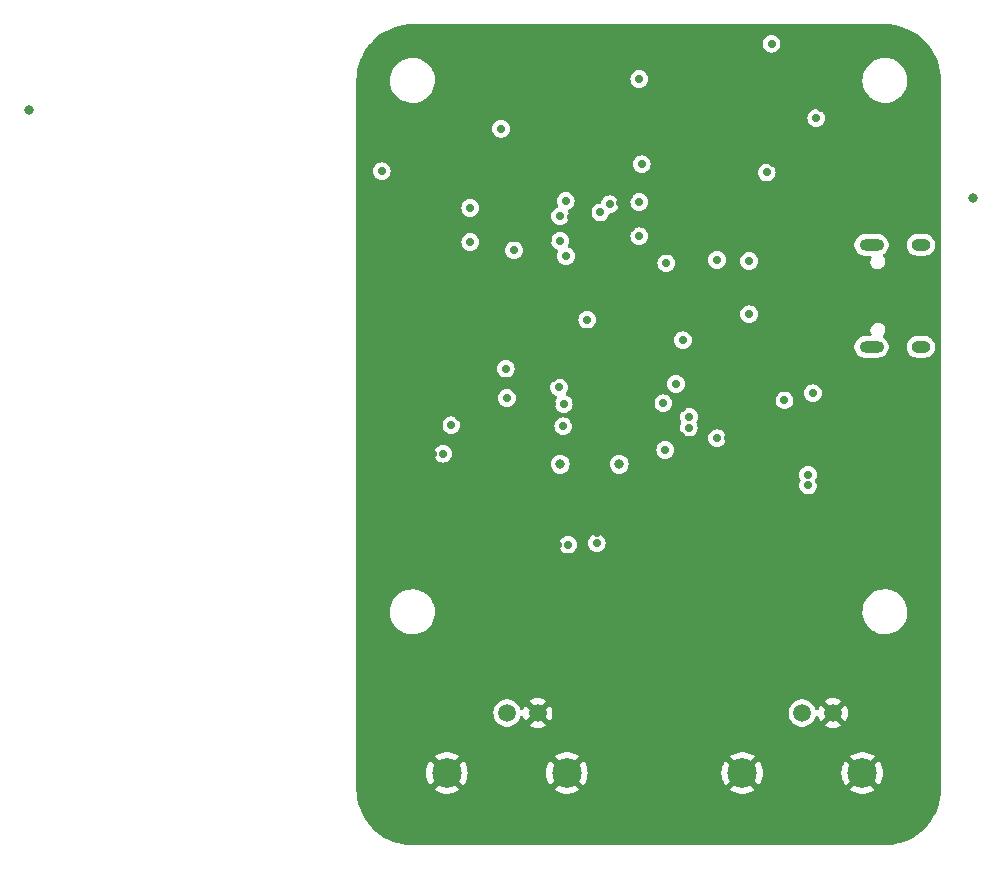
<source format=gbr>
%TF.GenerationSoftware,KiCad,Pcbnew,7.0.8*%
%TF.CreationDate,2023-11-11T20:00:54-08:00*%
%TF.ProjectId,Nemesis-MixSigPCB,4e656d65-7369-4732-9d4d-697853696750,rev?*%
%TF.SameCoordinates,Original*%
%TF.FileFunction,Copper,L2,Inr*%
%TF.FilePolarity,Positive*%
%FSLAX46Y46*%
G04 Gerber Fmt 4.6, Leading zero omitted, Abs format (unit mm)*
G04 Created by KiCad (PCBNEW 7.0.8) date 2023-11-11 20:00:54*
%MOMM*%
%LPD*%
G01*
G04 APERTURE LIST*
%TA.AperFunction,ComponentPad*%
%ADD10O,2.100000X1.000000*%
%TD*%
%TA.AperFunction,ComponentPad*%
%ADD11O,1.600000X1.000000*%
%TD*%
%TA.AperFunction,ComponentPad*%
%ADD12C,1.500000*%
%TD*%
%TA.AperFunction,ComponentPad*%
%ADD13C,2.500000*%
%TD*%
%TA.AperFunction,ViaPad*%
%ADD14C,0.800000*%
%TD*%
%TA.AperFunction,ViaPad*%
%ADD15C,0.700000*%
%TD*%
G04 APERTURE END LIST*
D10*
%TO.N,unconnected-(J200-SHIELD-PadS1)*%
%TO.C,J200*%
X108870000Y-127570000D03*
D11*
X113050000Y-127570000D03*
D10*
X108870000Y-118930000D03*
D11*
X113050000Y-118930000D03*
%TD*%
D12*
%TO.N,/DAC/OUT*%
%TO.C,J400*%
X103000000Y-158560000D03*
D13*
%TO.N,GND*%
X108080000Y-163640000D03*
D12*
X105600000Y-158560000D03*
D13*
X97920000Y-163640000D03*
%TD*%
D12*
%TO.N,/ADC/IN*%
%TO.C,J300*%
X78000000Y-158560000D03*
D13*
%TO.N,GND*%
X83080000Y-163640000D03*
D12*
X80600000Y-158560000D03*
D13*
X72920000Y-163640000D03*
%TD*%
D14*
%TO.N,*%
X37500000Y-107500000D03*
X117500000Y-115000000D03*
D15*
%TO.N,GND*%
X89300000Y-140100000D03*
X84800000Y-122200000D03*
D14*
X97500000Y-167500000D03*
X80000000Y-167500000D03*
X72500000Y-110000000D03*
X105000000Y-102500000D03*
D15*
X82000000Y-112400000D03*
X89400000Y-110900000D03*
D14*
X80000000Y-102500000D03*
X70000000Y-130000000D03*
D15*
X76800000Y-151400000D03*
D14*
X95000000Y-125000000D03*
X67500000Y-135000000D03*
D15*
X81800000Y-132400000D03*
D14*
X87500000Y-157500000D03*
X107500000Y-137500000D03*
D15*
X109760000Y-129325000D03*
X96550000Y-136700000D03*
X105608440Y-122688934D03*
D14*
X95000000Y-162500000D03*
X92500000Y-107500000D03*
D15*
X85600000Y-143300000D03*
D14*
X112500000Y-140000000D03*
X70000000Y-167500000D03*
X67500000Y-167500000D03*
X105000000Y-167500000D03*
D15*
X90500000Y-152500000D03*
D14*
X67500000Y-157500000D03*
X112500000Y-145000000D03*
D15*
X78400000Y-112300000D03*
X87600000Y-115400000D03*
X75900000Y-144900000D03*
D14*
X110000000Y-140000000D03*
D15*
X106770000Y-118890000D03*
D14*
X97500000Y-145000000D03*
D15*
X82000000Y-102800000D03*
X104400000Y-138900000D03*
X88000000Y-142000000D03*
D14*
X105000000Y-130000000D03*
X75000000Y-110000000D03*
X105000000Y-105000000D03*
D15*
X75300000Y-138200000D03*
X81000000Y-140400000D03*
D14*
X105000000Y-142500000D03*
X105000000Y-135000000D03*
X102500000Y-165000000D03*
X77500000Y-165000000D03*
X82500000Y-155000000D03*
D15*
X89600000Y-122800000D03*
D14*
X72500000Y-130000000D03*
D15*
X104900000Y-150000000D03*
D14*
X90000000Y-102500000D03*
X85000000Y-155000000D03*
X97500000Y-155000000D03*
X97500000Y-127500000D03*
X92500000Y-157500000D03*
D15*
X81900000Y-130200000D03*
D14*
X107500000Y-142500000D03*
X102500000Y-167500000D03*
D15*
X82300000Y-144300000D03*
X80400000Y-115500000D03*
D14*
X107500000Y-110000000D03*
D15*
X98800000Y-109200000D03*
D14*
X87500000Y-102500000D03*
X102500000Y-162500000D03*
D15*
X102200000Y-111000000D03*
X82200000Y-147800000D03*
D14*
X112500000Y-167500000D03*
X110000000Y-160000000D03*
X70000000Y-125000000D03*
X97500000Y-160000000D03*
D15*
X77200000Y-154000000D03*
D14*
X97500000Y-117500000D03*
X112500000Y-157500000D03*
X112500000Y-135000000D03*
X75000000Y-167500000D03*
X95000000Y-165000000D03*
D15*
X85600000Y-112200000D03*
X76118323Y-123420286D03*
X90300000Y-136400000D03*
D14*
X67500000Y-145000000D03*
X107500000Y-167500000D03*
X77500000Y-102500000D03*
D15*
X76760000Y-125530000D03*
D14*
X112500000Y-132500000D03*
X70000000Y-137500000D03*
X82500000Y-160000000D03*
D15*
X74600000Y-146000000D03*
X92763262Y-135095588D03*
X87200000Y-141500000D03*
X80900000Y-122900000D03*
D14*
X70000000Y-127500000D03*
D15*
X100900000Y-130170000D03*
X106440000Y-126830000D03*
D14*
X110000000Y-115000000D03*
D15*
X71700000Y-136600000D03*
D14*
X110000000Y-137500000D03*
X112500000Y-137500000D03*
X77500000Y-162500000D03*
D15*
X106700000Y-119720000D03*
X75990000Y-127870000D03*
D14*
X107500000Y-155000000D03*
X105000000Y-127500000D03*
X72500000Y-167500000D03*
D15*
X85257722Y-115142278D03*
X83700000Y-133800000D03*
D14*
X105000000Y-137500000D03*
D15*
X70000000Y-143200000D03*
D14*
X75000000Y-102500000D03*
D15*
X76600000Y-109600000D03*
D14*
X70000000Y-140000000D03*
X100000000Y-155000000D03*
D15*
X68300000Y-132500000D03*
D14*
X95000000Y-160000000D03*
D15*
X95000000Y-111400497D03*
D14*
X72500000Y-122500000D03*
X75000000Y-157500000D03*
X70000000Y-157500000D03*
D15*
X82000000Y-150200000D03*
D14*
X75000000Y-155000000D03*
D15*
X84200000Y-150600000D03*
D14*
X112500000Y-130000000D03*
X87500000Y-162500000D03*
X80000000Y-162500000D03*
X100000000Y-145000000D03*
X70000000Y-155000000D03*
X107500000Y-112500000D03*
X72500000Y-127500000D03*
D15*
X96800000Y-109000000D03*
D14*
X105000000Y-165000000D03*
D15*
X84600000Y-110600000D03*
D14*
X100000000Y-142500000D03*
X110000000Y-167500000D03*
D15*
X103610000Y-118570000D03*
D14*
X67500000Y-165000000D03*
X97500000Y-142500000D03*
X100000000Y-152500000D03*
D15*
X88300000Y-114800000D03*
X92800000Y-132700000D03*
X68940000Y-113600000D03*
X81500000Y-118539555D03*
D14*
X70000000Y-122500000D03*
X85000000Y-142500000D03*
X110000000Y-132500000D03*
D15*
X89000000Y-141800000D03*
D14*
X82500000Y-140000000D03*
X95000000Y-167500000D03*
X97500000Y-115000000D03*
D15*
X102300000Y-142400000D03*
D14*
X72500000Y-125000000D03*
X107500000Y-140000000D03*
X97500000Y-152500000D03*
X102500000Y-152500000D03*
D15*
X103600000Y-143400000D03*
D14*
X105000000Y-162500000D03*
D15*
X70000000Y-144000000D03*
D14*
X87500000Y-127500000D03*
X77500000Y-167500000D03*
D15*
X73400000Y-120600000D03*
X75400000Y-132800000D03*
D14*
X67500000Y-110000000D03*
X107500000Y-157500000D03*
X72500000Y-155000000D03*
D15*
X99500000Y-119700000D03*
X79700000Y-122900000D03*
X88600000Y-114000000D03*
D14*
X112500000Y-112500000D03*
X102500000Y-117500000D03*
D15*
X76200000Y-134400000D03*
X89200000Y-127800000D03*
D14*
X107500000Y-145000000D03*
D15*
X83200000Y-102800000D03*
X105200000Y-145000000D03*
X97400000Y-125300000D03*
D14*
X107500000Y-117500000D03*
X110000000Y-135000000D03*
X87500000Y-165000000D03*
D15*
X76100000Y-138200000D03*
D14*
X100000000Y-167500000D03*
D15*
X87600000Y-140300000D03*
D14*
X112500000Y-160000000D03*
X110000000Y-157500000D03*
X95000000Y-157500000D03*
D15*
X103500000Y-115800000D03*
D14*
X107500000Y-130000000D03*
X80000000Y-155000000D03*
D15*
X96700000Y-135300000D03*
D14*
X85000000Y-157500000D03*
D15*
X81200000Y-147100000D03*
D14*
X87500000Y-167500000D03*
D15*
X87000000Y-106000000D03*
D14*
X112500000Y-115000000D03*
D15*
X83400000Y-116600000D03*
D14*
X85000000Y-102500000D03*
X107500000Y-160000000D03*
X67500000Y-162500000D03*
X112500000Y-165000000D03*
X112500000Y-110000000D03*
D15*
X109300000Y-117300000D03*
D14*
X67500000Y-160000000D03*
D15*
X77000000Y-106100000D03*
D14*
X87500000Y-160000000D03*
X95000000Y-105000000D03*
D15*
X90400000Y-149700000D03*
D14*
X67500000Y-127500000D03*
X92500000Y-110000000D03*
D15*
X106200000Y-148900000D03*
D14*
X67500000Y-122500000D03*
X92500000Y-112500000D03*
X67500000Y-155000000D03*
X100000000Y-160000000D03*
X92500000Y-167500000D03*
D15*
X88500000Y-117500000D03*
X101810000Y-130160000D03*
X73900000Y-133500000D03*
X75960000Y-127010000D03*
D14*
X87500000Y-125000000D03*
X87500000Y-155000000D03*
X112500000Y-155000000D03*
X85000000Y-167500000D03*
X67500000Y-130000000D03*
X92500000Y-117500000D03*
X85000000Y-160000000D03*
X90000000Y-157500000D03*
X110000000Y-155000000D03*
D15*
X89800000Y-141100000D03*
D14*
X80000000Y-165000000D03*
X97500000Y-157500000D03*
D15*
X95000000Y-112200000D03*
D14*
X100000000Y-157500000D03*
X75000000Y-160000000D03*
D15*
X79300000Y-138900000D03*
D14*
X107500000Y-132500000D03*
D15*
X100500000Y-112000000D03*
D14*
X112500000Y-162500000D03*
X70000000Y-160000000D03*
D15*
X104600000Y-107300000D03*
D14*
X112500000Y-142500000D03*
D15*
X96600000Y-149793116D03*
D14*
X87500000Y-152500000D03*
X97500000Y-140000000D03*
D15*
X100600000Y-149800000D03*
D14*
X82500000Y-157500000D03*
X100000000Y-147500000D03*
D15*
X99400000Y-134600000D03*
D14*
X95000000Y-155000000D03*
X92500000Y-105000000D03*
X107500000Y-115000000D03*
D15*
X76160000Y-126150000D03*
D14*
X72500000Y-157500000D03*
X90000000Y-167500000D03*
X107500000Y-135000000D03*
X82500000Y-167500000D03*
X85000000Y-140000000D03*
D15*
X104200000Y-154000000D03*
D14*
X72500000Y-160000000D03*
X67500000Y-125000000D03*
D15*
X106490000Y-128440000D03*
%TO.N,+5V*%
X73300000Y-134200000D03*
X98500000Y-124800000D03*
X91400000Y-136300000D03*
D14*
X82500000Y-137500000D03*
X87500000Y-137500000D03*
D15*
X95800000Y-135300000D03*
X98500000Y-120300000D03*
%TO.N,+3.3VA*%
X85600000Y-144200000D03*
X72600000Y-136600000D03*
X83200000Y-144300000D03*
%TO.N,+3V3*%
X78000000Y-131900000D03*
X82400000Y-131000000D03*
X100000000Y-112800000D03*
X101500000Y-132100000D03*
X100400000Y-101900000D03*
X78600000Y-119400000D03*
X104200000Y-108200000D03*
X77900000Y-129400000D03*
X95800000Y-120200000D03*
X91500000Y-120500000D03*
X92300000Y-130700000D03*
X91250000Y-132350000D03*
X67400000Y-112700000D03*
X89200000Y-104900000D03*
X83000000Y-119900000D03*
%TO.N,/MCU/NRST*%
X84800000Y-125250338D03*
X86700000Y-115488360D03*
%TO.N,/MCU/BOOT0*%
X82500000Y-116500000D03*
X82500000Y-118600000D03*
%TO.N,SPI1_NSS*%
X82780000Y-134290000D03*
X82800000Y-132400000D03*
%TO.N,/MCU/TIM4_CH3*%
X74900000Y-115800000D03*
X74900000Y-118700000D03*
%TO.N,/MCU/SWDIO*%
X85915455Y-116184545D03*
X82980899Y-115219101D03*
%TO.N,/MCU/SWCLK*%
X89400000Y-112100000D03*
X77500000Y-109100000D03*
X89200000Y-118200000D03*
X89200000Y-115300000D03*
%TO.N,SPI2_SCK*%
X92900000Y-127000000D03*
X103900000Y-131500000D03*
%TO.N,DAC_NCLR*%
X93397025Y-134399403D03*
X103500000Y-139300000D03*
%TO.N,DAC_NLDAC*%
X103500000Y-138400000D03*
X93410445Y-133500000D03*
%TD*%
%TA.AperFunction,Conductor*%
%TO.N,GND*%
G36*
X110410694Y-100268431D02*
G01*
X110417155Y-100268995D01*
X110821540Y-100322234D01*
X110827893Y-100323354D01*
X111163326Y-100397717D01*
X111226080Y-100411630D01*
X111232361Y-100413313D01*
X111621322Y-100535952D01*
X111627432Y-100538176D01*
X112004217Y-100694245D01*
X112010104Y-100696989D01*
X112060519Y-100723234D01*
X112371864Y-100885310D01*
X112377489Y-100888557D01*
X112536726Y-100990002D01*
X112721455Y-101107688D01*
X112726781Y-101111417D01*
X113050358Y-101359706D01*
X113055306Y-101363858D01*
X113311803Y-101598894D01*
X113356004Y-101639397D01*
X113360602Y-101643995D01*
X113636139Y-101944691D01*
X113640295Y-101949644D01*
X113806131Y-102165766D01*
X113888582Y-102273218D01*
X113892311Y-102278544D01*
X114111438Y-102622503D01*
X114114689Y-102628135D01*
X114303006Y-102989888D01*
X114305754Y-102995782D01*
X114461823Y-103372567D01*
X114464047Y-103378677D01*
X114586686Y-103767638D01*
X114588369Y-103773919D01*
X114676640Y-104172081D01*
X114677767Y-104178477D01*
X114687805Y-104254717D01*
X114731002Y-104582827D01*
X114731568Y-104589305D01*
X114749500Y-105000000D01*
X114749500Y-165000000D01*
X114731568Y-165410694D01*
X114731002Y-165417172D01*
X114677769Y-165821515D01*
X114676640Y-165827918D01*
X114588369Y-166226080D01*
X114586686Y-166232361D01*
X114464047Y-166621322D01*
X114461823Y-166627432D01*
X114305754Y-167004217D01*
X114303006Y-167010111D01*
X114114689Y-167371864D01*
X114111438Y-167377496D01*
X113892311Y-167721455D01*
X113888582Y-167726781D01*
X113640308Y-168050340D01*
X113636128Y-168055321D01*
X113360602Y-168356004D01*
X113356004Y-168360602D01*
X113055321Y-168636128D01*
X113050340Y-168640308D01*
X112726781Y-168888582D01*
X112721455Y-168892311D01*
X112377496Y-169111438D01*
X112371864Y-169114689D01*
X112010111Y-169303006D01*
X112004217Y-169305754D01*
X111627432Y-169461823D01*
X111621322Y-169464047D01*
X111232361Y-169586686D01*
X111226080Y-169588369D01*
X110827918Y-169676640D01*
X110821518Y-169677768D01*
X110680427Y-169696343D01*
X110417172Y-169731002D01*
X110410694Y-169731568D01*
X110000000Y-169749500D01*
X70000000Y-169749500D01*
X69589305Y-169731568D01*
X69582827Y-169731002D01*
X69441739Y-169712427D01*
X69178477Y-169677767D01*
X69172088Y-169676641D01*
X69074699Y-169655050D01*
X68773919Y-169588369D01*
X68767638Y-169586686D01*
X68378677Y-169464047D01*
X68372567Y-169461823D01*
X67995782Y-169305754D01*
X67989888Y-169303006D01*
X67628135Y-169114689D01*
X67622503Y-169111438D01*
X67278544Y-168892311D01*
X67273218Y-168888582D01*
X67165766Y-168806131D01*
X66949644Y-168640295D01*
X66944691Y-168636139D01*
X66643995Y-168360602D01*
X66639397Y-168356004D01*
X66598894Y-168311803D01*
X66363858Y-168055306D01*
X66359706Y-168050358D01*
X66111417Y-167726781D01*
X66107688Y-167721455D01*
X65888561Y-167377496D01*
X65885310Y-167371864D01*
X65696993Y-167010111D01*
X65694245Y-167004217D01*
X65538176Y-166627432D01*
X65535952Y-166621322D01*
X65413313Y-166232361D01*
X65411630Y-166226080D01*
X65378891Y-166078404D01*
X65323354Y-165827893D01*
X65322234Y-165821540D01*
X65268995Y-165417155D01*
X65268431Y-165410694D01*
X65267527Y-165390000D01*
X65250500Y-165000000D01*
X65250500Y-164955830D01*
X65250500Y-163640004D01*
X71165093Y-163640004D01*
X71184692Y-163901543D01*
X71184695Y-163901562D01*
X71243057Y-164157263D01*
X71243058Y-164157267D01*
X71338883Y-164401426D01*
X71470027Y-164628573D01*
X71517874Y-164688570D01*
X72058348Y-164148095D01*
X72125146Y-164255263D01*
X72265268Y-164402671D01*
X72410085Y-164503467D01*
X71870832Y-165042720D01*
X72042551Y-165159796D01*
X72278850Y-165273592D01*
X72278871Y-165273600D01*
X72529490Y-165350906D01*
X72529494Y-165350907D01*
X72788852Y-165389999D01*
X72788859Y-165390000D01*
X73051141Y-165390000D01*
X73051147Y-165389999D01*
X73310505Y-165350907D01*
X73310509Y-165350906D01*
X73561128Y-165273600D01*
X73561149Y-165273592D01*
X73797451Y-165159795D01*
X73797463Y-165159788D01*
X73969167Y-165042721D01*
X73428125Y-164501678D01*
X73494214Y-164464996D01*
X73648531Y-164332520D01*
X73773021Y-164171692D01*
X73783625Y-164150072D01*
X74322124Y-164688571D01*
X74322125Y-164688570D01*
X74369972Y-164628572D01*
X74501116Y-164401426D01*
X74596941Y-164157267D01*
X74596942Y-164157263D01*
X74655304Y-163901562D01*
X74655307Y-163901543D01*
X74674907Y-163640004D01*
X81325093Y-163640004D01*
X81344692Y-163901543D01*
X81344695Y-163901562D01*
X81403057Y-164157263D01*
X81403058Y-164157267D01*
X81498883Y-164401426D01*
X81630027Y-164628573D01*
X81677874Y-164688570D01*
X82218348Y-164148095D01*
X82285146Y-164255263D01*
X82425268Y-164402671D01*
X82570085Y-164503467D01*
X82030832Y-165042720D01*
X82202551Y-165159796D01*
X82438850Y-165273592D01*
X82438871Y-165273600D01*
X82689490Y-165350906D01*
X82689494Y-165350907D01*
X82948852Y-165389999D01*
X82948859Y-165390000D01*
X83211141Y-165390000D01*
X83211147Y-165389999D01*
X83470505Y-165350907D01*
X83470509Y-165350906D01*
X83721128Y-165273600D01*
X83721149Y-165273592D01*
X83957451Y-165159795D01*
X83957463Y-165159788D01*
X84129167Y-165042721D01*
X83588125Y-164501678D01*
X83654214Y-164464996D01*
X83808531Y-164332520D01*
X83933021Y-164171692D01*
X83943625Y-164150072D01*
X84482124Y-164688571D01*
X84482125Y-164688570D01*
X84529972Y-164628572D01*
X84661116Y-164401426D01*
X84756941Y-164157267D01*
X84756942Y-164157263D01*
X84815304Y-163901562D01*
X84815307Y-163901543D01*
X84834907Y-163640004D01*
X96165093Y-163640004D01*
X96184692Y-163901543D01*
X96184695Y-163901562D01*
X96243057Y-164157263D01*
X96243058Y-164157267D01*
X96338883Y-164401426D01*
X96470027Y-164628573D01*
X96517874Y-164688570D01*
X97058348Y-164148095D01*
X97125146Y-164255263D01*
X97265268Y-164402671D01*
X97410085Y-164503467D01*
X96870832Y-165042720D01*
X97042551Y-165159796D01*
X97278850Y-165273592D01*
X97278871Y-165273600D01*
X97529490Y-165350906D01*
X97529494Y-165350907D01*
X97788852Y-165389999D01*
X97788859Y-165390000D01*
X98051141Y-165390000D01*
X98051147Y-165389999D01*
X98310505Y-165350907D01*
X98310509Y-165350906D01*
X98561128Y-165273600D01*
X98561149Y-165273592D01*
X98797451Y-165159795D01*
X98797463Y-165159788D01*
X98969167Y-165042721D01*
X98428125Y-164501678D01*
X98494214Y-164464996D01*
X98648531Y-164332520D01*
X98773021Y-164171692D01*
X98783625Y-164150072D01*
X99322124Y-164688571D01*
X99322125Y-164688570D01*
X99369972Y-164628572D01*
X99501116Y-164401426D01*
X99596941Y-164157267D01*
X99596942Y-164157263D01*
X99655304Y-163901562D01*
X99655307Y-163901543D01*
X99674907Y-163640004D01*
X106325093Y-163640004D01*
X106344692Y-163901543D01*
X106344695Y-163901562D01*
X106403057Y-164157263D01*
X106403058Y-164157267D01*
X106498883Y-164401426D01*
X106630027Y-164628573D01*
X106677874Y-164688570D01*
X107218348Y-164148095D01*
X107285146Y-164255263D01*
X107425268Y-164402671D01*
X107570085Y-164503467D01*
X107030832Y-165042720D01*
X107202551Y-165159796D01*
X107438850Y-165273592D01*
X107438871Y-165273600D01*
X107689490Y-165350906D01*
X107689494Y-165350907D01*
X107948852Y-165389999D01*
X107948859Y-165390000D01*
X108211141Y-165390000D01*
X108211147Y-165389999D01*
X108470505Y-165350907D01*
X108470509Y-165350906D01*
X108721128Y-165273600D01*
X108721149Y-165273592D01*
X108957451Y-165159795D01*
X108957463Y-165159788D01*
X109129167Y-165042721D01*
X108588125Y-164501678D01*
X108654214Y-164464996D01*
X108808531Y-164332520D01*
X108933021Y-164171692D01*
X108943625Y-164150072D01*
X109482124Y-164688571D01*
X109482125Y-164688570D01*
X109529972Y-164628572D01*
X109661116Y-164401426D01*
X109756941Y-164157267D01*
X109756942Y-164157263D01*
X109815304Y-163901562D01*
X109815307Y-163901543D01*
X109834907Y-163640004D01*
X109834907Y-163639995D01*
X109815307Y-163378456D01*
X109815304Y-163378437D01*
X109756942Y-163122736D01*
X109756941Y-163122732D01*
X109661116Y-162878573D01*
X109529972Y-162651427D01*
X109482124Y-162591428D01*
X108941650Y-163131901D01*
X108874854Y-163024737D01*
X108734732Y-162877329D01*
X108589912Y-162776531D01*
X109129166Y-162237278D01*
X108957449Y-162120203D01*
X108721149Y-162006407D01*
X108721128Y-162006399D01*
X108470509Y-161929093D01*
X108470505Y-161929092D01*
X108211147Y-161890000D01*
X107948852Y-161890000D01*
X107689494Y-161929092D01*
X107689490Y-161929093D01*
X107438871Y-162006399D01*
X107438850Y-162006407D01*
X107202548Y-162120205D01*
X107030832Y-162237277D01*
X107030832Y-162237278D01*
X107571875Y-162778321D01*
X107505786Y-162815004D01*
X107351469Y-162947480D01*
X107226979Y-163108308D01*
X107216373Y-163129927D01*
X106677874Y-162591428D01*
X106677873Y-162591428D01*
X106630029Y-162651424D01*
X106498883Y-162878573D01*
X106403058Y-163122732D01*
X106403057Y-163122736D01*
X106344695Y-163378437D01*
X106344692Y-163378456D01*
X106325093Y-163639995D01*
X106325093Y-163640004D01*
X99674907Y-163640004D01*
X99674907Y-163639995D01*
X99655307Y-163378456D01*
X99655304Y-163378437D01*
X99596942Y-163122736D01*
X99596941Y-163122732D01*
X99501116Y-162878573D01*
X99369972Y-162651427D01*
X99322124Y-162591428D01*
X98781650Y-163131901D01*
X98714854Y-163024737D01*
X98574732Y-162877329D01*
X98429912Y-162776531D01*
X98969166Y-162237278D01*
X98797449Y-162120203D01*
X98561149Y-162006407D01*
X98561128Y-162006399D01*
X98310509Y-161929093D01*
X98310505Y-161929092D01*
X98051147Y-161890000D01*
X97788852Y-161890000D01*
X97529494Y-161929092D01*
X97529490Y-161929093D01*
X97278871Y-162006399D01*
X97278850Y-162006407D01*
X97042548Y-162120205D01*
X96870832Y-162237277D01*
X96870832Y-162237278D01*
X97411875Y-162778321D01*
X97345786Y-162815004D01*
X97191469Y-162947480D01*
X97066979Y-163108308D01*
X97056373Y-163129927D01*
X96517874Y-162591428D01*
X96517873Y-162591428D01*
X96470029Y-162651424D01*
X96338883Y-162878573D01*
X96243058Y-163122732D01*
X96243057Y-163122736D01*
X96184695Y-163378437D01*
X96184692Y-163378456D01*
X96165093Y-163639995D01*
X96165093Y-163640004D01*
X84834907Y-163640004D01*
X84834907Y-163639995D01*
X84815307Y-163378456D01*
X84815304Y-163378437D01*
X84756942Y-163122736D01*
X84756941Y-163122732D01*
X84661116Y-162878573D01*
X84529972Y-162651427D01*
X84482124Y-162591428D01*
X83941650Y-163131901D01*
X83874854Y-163024737D01*
X83734732Y-162877329D01*
X83589912Y-162776531D01*
X84129166Y-162237278D01*
X83957449Y-162120203D01*
X83721149Y-162006407D01*
X83721128Y-162006399D01*
X83470509Y-161929093D01*
X83470505Y-161929092D01*
X83211147Y-161890000D01*
X82948852Y-161890000D01*
X82689494Y-161929092D01*
X82689490Y-161929093D01*
X82438871Y-162006399D01*
X82438850Y-162006407D01*
X82202548Y-162120205D01*
X82030832Y-162237277D01*
X82030832Y-162237278D01*
X82571875Y-162778321D01*
X82505786Y-162815004D01*
X82351469Y-162947480D01*
X82226979Y-163108308D01*
X82216373Y-163129927D01*
X81677874Y-162591428D01*
X81677873Y-162591428D01*
X81630029Y-162651424D01*
X81498883Y-162878573D01*
X81403058Y-163122732D01*
X81403057Y-163122736D01*
X81344695Y-163378437D01*
X81344692Y-163378456D01*
X81325093Y-163639995D01*
X81325093Y-163640004D01*
X74674907Y-163640004D01*
X74674907Y-163639995D01*
X74655307Y-163378456D01*
X74655304Y-163378437D01*
X74596942Y-163122736D01*
X74596941Y-163122732D01*
X74501116Y-162878573D01*
X74369972Y-162651427D01*
X74322124Y-162591428D01*
X73781650Y-163131901D01*
X73714854Y-163024737D01*
X73574732Y-162877329D01*
X73429912Y-162776531D01*
X73969166Y-162237278D01*
X73797449Y-162120203D01*
X73561149Y-162006407D01*
X73561128Y-162006399D01*
X73310509Y-161929093D01*
X73310505Y-161929092D01*
X73051147Y-161890000D01*
X72788852Y-161890000D01*
X72529494Y-161929092D01*
X72529490Y-161929093D01*
X72278871Y-162006399D01*
X72278850Y-162006407D01*
X72042548Y-162120205D01*
X71870832Y-162237277D01*
X71870832Y-162237278D01*
X72411875Y-162778321D01*
X72345786Y-162815004D01*
X72191469Y-162947480D01*
X72066979Y-163108308D01*
X72056373Y-163129927D01*
X71517874Y-162591428D01*
X71517873Y-162591428D01*
X71470029Y-162651424D01*
X71338883Y-162878573D01*
X71243058Y-163122732D01*
X71243057Y-163122736D01*
X71184695Y-163378437D01*
X71184692Y-163378456D01*
X71165093Y-163639995D01*
X71165093Y-163640004D01*
X65250500Y-163640004D01*
X65250500Y-158560004D01*
X76844571Y-158560004D01*
X76864243Y-158772305D01*
X76864243Y-158772307D01*
X76864244Y-158772310D01*
X76877030Y-158817248D01*
X76922593Y-158977385D01*
X76922594Y-158977387D01*
X77017636Y-159168259D01*
X77146127Y-159338406D01*
X77303697Y-159482051D01*
X77303698Y-159482052D01*
X77484977Y-159594296D01*
X77484983Y-159594299D01*
X77507766Y-159603125D01*
X77683802Y-159671321D01*
X77893390Y-159710500D01*
X77893393Y-159710500D01*
X78106607Y-159710500D01*
X78106610Y-159710500D01*
X78316198Y-159671321D01*
X78515019Y-159594298D01*
X78696302Y-159482052D01*
X78853872Y-159338407D01*
X78982366Y-159168255D01*
X79077405Y-158977389D01*
X79105059Y-158880195D01*
X79144645Y-158814005D01*
X79212026Y-158776474D01*
X79289145Y-158777661D01*
X79355338Y-158817248D01*
X79392293Y-158882408D01*
X79420897Y-158989158D01*
X79513332Y-159187386D01*
X79513334Y-159187391D01*
X79556873Y-159249571D01*
X79556874Y-159249572D01*
X80155549Y-158650895D01*
X80156327Y-158661265D01*
X80205887Y-158787541D01*
X80290465Y-158893599D01*
X80402547Y-158970016D01*
X80510299Y-159003253D01*
X79910427Y-159603124D01*
X79972610Y-159646665D01*
X79972619Y-159646670D01*
X80170841Y-159739102D01*
X80170843Y-159739103D01*
X80382110Y-159795711D01*
X80382109Y-159795711D01*
X80599999Y-159814775D01*
X80600001Y-159814775D01*
X80817890Y-159795711D01*
X81029156Y-159739103D01*
X81029158Y-159739102D01*
X81227382Y-159646669D01*
X81227395Y-159646662D01*
X81289572Y-159603125D01*
X80688231Y-159001784D01*
X80734138Y-158994865D01*
X80856357Y-158936007D01*
X80955798Y-158843740D01*
X81023625Y-158726260D01*
X81041499Y-158647946D01*
X81643125Y-159249571D01*
X81686662Y-159187395D01*
X81686669Y-159187382D01*
X81779102Y-158989158D01*
X81779103Y-158989156D01*
X81835711Y-158777890D01*
X81854775Y-158560004D01*
X101844571Y-158560004D01*
X101864243Y-158772305D01*
X101864243Y-158772307D01*
X101864244Y-158772310D01*
X101877030Y-158817248D01*
X101922593Y-158977385D01*
X101922594Y-158977387D01*
X102017636Y-159168259D01*
X102146127Y-159338406D01*
X102303697Y-159482051D01*
X102303698Y-159482052D01*
X102484977Y-159594296D01*
X102484983Y-159594299D01*
X102507766Y-159603125D01*
X102683802Y-159671321D01*
X102893390Y-159710500D01*
X102893393Y-159710500D01*
X103106607Y-159710500D01*
X103106610Y-159710500D01*
X103316198Y-159671321D01*
X103515019Y-159594298D01*
X103696302Y-159482052D01*
X103853872Y-159338407D01*
X103982366Y-159168255D01*
X104077405Y-158977389D01*
X104105059Y-158880195D01*
X104144645Y-158814005D01*
X104212026Y-158776474D01*
X104289145Y-158777661D01*
X104355338Y-158817248D01*
X104392293Y-158882408D01*
X104420897Y-158989158D01*
X104513332Y-159187386D01*
X104513334Y-159187391D01*
X104556873Y-159249571D01*
X104556874Y-159249572D01*
X105155549Y-158650895D01*
X105156327Y-158661265D01*
X105205887Y-158787541D01*
X105290465Y-158893599D01*
X105402547Y-158970016D01*
X105510299Y-159003253D01*
X104910427Y-159603124D01*
X104972610Y-159646665D01*
X104972619Y-159646670D01*
X105170841Y-159739102D01*
X105170843Y-159739103D01*
X105382110Y-159795711D01*
X105382109Y-159795711D01*
X105599999Y-159814775D01*
X105600001Y-159814775D01*
X105817890Y-159795711D01*
X106029156Y-159739103D01*
X106029158Y-159739102D01*
X106227382Y-159646669D01*
X106227395Y-159646662D01*
X106289572Y-159603125D01*
X105688231Y-159001784D01*
X105734138Y-158994865D01*
X105856357Y-158936007D01*
X105955798Y-158843740D01*
X106023625Y-158726260D01*
X106041499Y-158647946D01*
X106643125Y-159249571D01*
X106686662Y-159187395D01*
X106686669Y-159187382D01*
X106779102Y-158989158D01*
X106779103Y-158989156D01*
X106835711Y-158777890D01*
X106854775Y-158560000D01*
X106854775Y-158559999D01*
X106835711Y-158342109D01*
X106779103Y-158130843D01*
X106779102Y-158130842D01*
X106686665Y-157932611D01*
X106686662Y-157932605D01*
X106643124Y-157870427D01*
X106044449Y-158469101D01*
X106043673Y-158458735D01*
X105994113Y-158332459D01*
X105909535Y-158226401D01*
X105797453Y-158149984D01*
X105689698Y-158116746D01*
X106289572Y-157516874D01*
X106289571Y-157516873D01*
X106227391Y-157473334D01*
X106227386Y-157473332D01*
X106029158Y-157380897D01*
X106029156Y-157380896D01*
X105817889Y-157324288D01*
X105817890Y-157324288D01*
X105600001Y-157305225D01*
X105599999Y-157305225D01*
X105382109Y-157324288D01*
X105170843Y-157380896D01*
X105170841Y-157380897D01*
X104972618Y-157473329D01*
X104972613Y-157473332D01*
X104910428Y-157516875D01*
X105511768Y-158118215D01*
X105465862Y-158125135D01*
X105343643Y-158183993D01*
X105244202Y-158276260D01*
X105176375Y-158393740D01*
X105158500Y-158472053D01*
X104556875Y-157870428D01*
X104513332Y-157932613D01*
X104513329Y-157932618D01*
X104420897Y-158130841D01*
X104392293Y-158237591D01*
X104353728Y-158304386D01*
X104286933Y-158342949D01*
X104209805Y-158342949D01*
X104143010Y-158304384D01*
X104105058Y-158239801D01*
X104104429Y-158237591D01*
X104093574Y-158199438D01*
X104077407Y-158142616D01*
X104077405Y-158142612D01*
X104071545Y-158130843D01*
X103982366Y-157951745D01*
X103982364Y-157951743D01*
X103982363Y-157951740D01*
X103853872Y-157781593D01*
X103696302Y-157637948D01*
X103696301Y-157637947D01*
X103515022Y-157525703D01*
X103515016Y-157525700D01*
X103316204Y-157448681D01*
X103316200Y-157448680D01*
X103316198Y-157448679D01*
X103274280Y-157440843D01*
X103106614Y-157409500D01*
X103106610Y-157409500D01*
X102893390Y-157409500D01*
X102893385Y-157409500D01*
X102683802Y-157448679D01*
X102683795Y-157448681D01*
X102484983Y-157525700D01*
X102484977Y-157525703D01*
X102303698Y-157637947D01*
X102303697Y-157637948D01*
X102146127Y-157781593D01*
X102017636Y-157951740D01*
X101922594Y-158142612D01*
X101922593Y-158142614D01*
X101864243Y-158347694D01*
X101844571Y-158559995D01*
X101844571Y-158560004D01*
X81854775Y-158560004D01*
X81854775Y-158560000D01*
X81854775Y-158559999D01*
X81835711Y-158342109D01*
X81779103Y-158130843D01*
X81779102Y-158130842D01*
X81686665Y-157932611D01*
X81686662Y-157932605D01*
X81643124Y-157870427D01*
X81044449Y-158469101D01*
X81043673Y-158458735D01*
X80994113Y-158332459D01*
X80909535Y-158226401D01*
X80797453Y-158149984D01*
X80689698Y-158116746D01*
X81289572Y-157516874D01*
X81289571Y-157516873D01*
X81227391Y-157473334D01*
X81227386Y-157473332D01*
X81029158Y-157380897D01*
X81029156Y-157380896D01*
X80817889Y-157324288D01*
X80817890Y-157324288D01*
X80600001Y-157305225D01*
X80599999Y-157305225D01*
X80382109Y-157324288D01*
X80170843Y-157380896D01*
X80170841Y-157380897D01*
X79972618Y-157473329D01*
X79972613Y-157473332D01*
X79910428Y-157516875D01*
X80511768Y-158118215D01*
X80465862Y-158125135D01*
X80343643Y-158183993D01*
X80244202Y-158276260D01*
X80176375Y-158393740D01*
X80158500Y-158472053D01*
X79556875Y-157870428D01*
X79513332Y-157932613D01*
X79513329Y-157932618D01*
X79420897Y-158130841D01*
X79392293Y-158237591D01*
X79353728Y-158304386D01*
X79286933Y-158342949D01*
X79209805Y-158342949D01*
X79143010Y-158304384D01*
X79105058Y-158239801D01*
X79104429Y-158237591D01*
X79093574Y-158199438D01*
X79077407Y-158142616D01*
X79077405Y-158142612D01*
X79071545Y-158130843D01*
X78982366Y-157951745D01*
X78982364Y-157951743D01*
X78982363Y-157951740D01*
X78853872Y-157781593D01*
X78696302Y-157637948D01*
X78696301Y-157637947D01*
X78515022Y-157525703D01*
X78515016Y-157525700D01*
X78316204Y-157448681D01*
X78316200Y-157448680D01*
X78316198Y-157448679D01*
X78274280Y-157440843D01*
X78106614Y-157409500D01*
X78106610Y-157409500D01*
X77893390Y-157409500D01*
X77893385Y-157409500D01*
X77683802Y-157448679D01*
X77683795Y-157448681D01*
X77484983Y-157525700D01*
X77484977Y-157525703D01*
X77303698Y-157637947D01*
X77303697Y-157637948D01*
X77146127Y-157781593D01*
X77017636Y-157951740D01*
X76922594Y-158142612D01*
X76922593Y-158142614D01*
X76864243Y-158347694D01*
X76844571Y-158559995D01*
X76844571Y-158560004D01*
X65250500Y-158560004D01*
X65250500Y-150069605D01*
X68095687Y-150069605D01*
X68126111Y-150346111D01*
X68126114Y-150346124D01*
X68196480Y-150615276D01*
X68305284Y-150871314D01*
X68305286Y-150871318D01*
X68305289Y-150871323D01*
X68450207Y-151108781D01*
X68450210Y-151108785D01*
X68628155Y-151322609D01*
X68628167Y-151322621D01*
X68835349Y-151508256D01*
X68835357Y-151508263D01*
X69067373Y-151661763D01*
X69319267Y-151779846D01*
X69585669Y-151859995D01*
X69860901Y-151900500D01*
X69860908Y-151900500D01*
X70069461Y-151900500D01*
X70069463Y-151900500D01*
X70277455Y-151885277D01*
X70548997Y-151824788D01*
X70549003Y-151824785D01*
X70549009Y-151824784D01*
X70808835Y-151725409D01*
X70808833Y-151725409D01*
X70808838Y-151725408D01*
X71051440Y-151589253D01*
X71271632Y-151419226D01*
X71464722Y-151218951D01*
X71626593Y-150992696D01*
X71753797Y-150745283D01*
X71843621Y-150481986D01*
X71894152Y-150208416D01*
X71899225Y-150069605D01*
X108095687Y-150069605D01*
X108126111Y-150346111D01*
X108126114Y-150346124D01*
X108196480Y-150615276D01*
X108305284Y-150871314D01*
X108305286Y-150871318D01*
X108305289Y-150871323D01*
X108450207Y-151108781D01*
X108450210Y-151108785D01*
X108628155Y-151322609D01*
X108628167Y-151322621D01*
X108835349Y-151508256D01*
X108835357Y-151508263D01*
X109067373Y-151661763D01*
X109319267Y-151779846D01*
X109585669Y-151859995D01*
X109860901Y-151900500D01*
X109860908Y-151900500D01*
X110069461Y-151900500D01*
X110069463Y-151900500D01*
X110277455Y-151885277D01*
X110548997Y-151824788D01*
X110549003Y-151824785D01*
X110549009Y-151824784D01*
X110808835Y-151725409D01*
X110808833Y-151725409D01*
X110808838Y-151725408D01*
X111051440Y-151589253D01*
X111271632Y-151419226D01*
X111464722Y-151218951D01*
X111626593Y-150992696D01*
X111753797Y-150745283D01*
X111843621Y-150481986D01*
X111894152Y-150208416D01*
X111904313Y-149930404D01*
X111904312Y-149930394D01*
X111873888Y-149653888D01*
X111873886Y-149653881D01*
X111873886Y-149653876D01*
X111803520Y-149384724D01*
X111694716Y-149128686D01*
X111620638Y-149007304D01*
X111549792Y-148891218D01*
X111549789Y-148891214D01*
X111371844Y-148677390D01*
X111371832Y-148677378D01*
X111164650Y-148491743D01*
X111164647Y-148491741D01*
X111164643Y-148491737D01*
X110932627Y-148338237D01*
X110680732Y-148220153D01*
X110531353Y-148175212D01*
X110414331Y-148140005D01*
X110414325Y-148140004D01*
X110139108Y-148099501D01*
X110139104Y-148099500D01*
X110139099Y-148099500D01*
X109930537Y-148099500D01*
X109722545Y-148114723D01*
X109722537Y-148114724D01*
X109451005Y-148175211D01*
X109450990Y-148175215D01*
X109191164Y-148274590D01*
X109191158Y-148274593D01*
X108948561Y-148410745D01*
X108728369Y-148580772D01*
X108728364Y-148580777D01*
X108535277Y-148781049D01*
X108373407Y-149007302D01*
X108246205Y-149254712D01*
X108156379Y-149518012D01*
X108156377Y-149518021D01*
X108105848Y-149791577D01*
X108095687Y-150069605D01*
X71899225Y-150069605D01*
X71904313Y-149930404D01*
X71904312Y-149930394D01*
X71873888Y-149653888D01*
X71873886Y-149653881D01*
X71873886Y-149653876D01*
X71803520Y-149384724D01*
X71694716Y-149128686D01*
X71620638Y-149007304D01*
X71549792Y-148891218D01*
X71549789Y-148891214D01*
X71371844Y-148677390D01*
X71371832Y-148677378D01*
X71164650Y-148491743D01*
X71164647Y-148491741D01*
X71164643Y-148491737D01*
X70932627Y-148338237D01*
X70680732Y-148220153D01*
X70531353Y-148175212D01*
X70414331Y-148140005D01*
X70414325Y-148140004D01*
X70139108Y-148099501D01*
X70139104Y-148099500D01*
X70139099Y-148099500D01*
X69930537Y-148099500D01*
X69722545Y-148114723D01*
X69722537Y-148114724D01*
X69451005Y-148175211D01*
X69450990Y-148175215D01*
X69191164Y-148274590D01*
X69191158Y-148274593D01*
X68948561Y-148410745D01*
X68728369Y-148580772D01*
X68728364Y-148580777D01*
X68535277Y-148781049D01*
X68373407Y-149007302D01*
X68246205Y-149254712D01*
X68156379Y-149518012D01*
X68156377Y-149518021D01*
X68105848Y-149791577D01*
X68095687Y-150069605D01*
X65250500Y-150069605D01*
X65250500Y-144300000D01*
X82444751Y-144300000D01*
X82463686Y-144468056D01*
X82463686Y-144468058D01*
X82463687Y-144468059D01*
X82519544Y-144627690D01*
X82609523Y-144770890D01*
X82729110Y-144890477D01*
X82872310Y-144980456D01*
X83031941Y-145036313D01*
X83143980Y-145048937D01*
X83199999Y-145055249D01*
X83200000Y-145055249D01*
X83200001Y-145055249D01*
X83242014Y-145050515D01*
X83368059Y-145036313D01*
X83527690Y-144980456D01*
X83670890Y-144890477D01*
X83790477Y-144770890D01*
X83880456Y-144627690D01*
X83936313Y-144468059D01*
X83955249Y-144300000D01*
X83943982Y-144200000D01*
X84844751Y-144200000D01*
X84863686Y-144368056D01*
X84863686Y-144368058D01*
X84863687Y-144368059D01*
X84919544Y-144527690D01*
X85009523Y-144670890D01*
X85129110Y-144790477D01*
X85272310Y-144880456D01*
X85431941Y-144936313D01*
X85543980Y-144948937D01*
X85599999Y-144955249D01*
X85600000Y-144955249D01*
X85600001Y-144955249D01*
X85642014Y-144950515D01*
X85768059Y-144936313D01*
X85927690Y-144880456D01*
X86070890Y-144790477D01*
X86190477Y-144670890D01*
X86280456Y-144527690D01*
X86336313Y-144368059D01*
X86355249Y-144200000D01*
X86336313Y-144031941D01*
X86280456Y-143872310D01*
X86190477Y-143729110D01*
X86070890Y-143609523D01*
X85927690Y-143519544D01*
X85768059Y-143463687D01*
X85768058Y-143463686D01*
X85768056Y-143463686D01*
X85600001Y-143444751D01*
X85599999Y-143444751D01*
X85431943Y-143463686D01*
X85272309Y-143519544D01*
X85129110Y-143609523D01*
X85009523Y-143729110D01*
X84919544Y-143872309D01*
X84863686Y-144031943D01*
X84844751Y-144199999D01*
X84844751Y-144200000D01*
X83943982Y-144200000D01*
X83936313Y-144131941D01*
X83880456Y-143972310D01*
X83790477Y-143829110D01*
X83670890Y-143709523D01*
X83527690Y-143619544D01*
X83368059Y-143563687D01*
X83368058Y-143563686D01*
X83368056Y-143563686D01*
X83200001Y-143544751D01*
X83199999Y-143544751D01*
X83031943Y-143563686D01*
X82872309Y-143619544D01*
X82729110Y-143709523D01*
X82609523Y-143829110D01*
X82519544Y-143972309D01*
X82463686Y-144131943D01*
X82444751Y-144299999D01*
X82444751Y-144300000D01*
X65250500Y-144300000D01*
X65250500Y-139300000D01*
X102744751Y-139300000D01*
X102763686Y-139468056D01*
X102763686Y-139468058D01*
X102763687Y-139468059D01*
X102819544Y-139627690D01*
X102909523Y-139770890D01*
X103029110Y-139890477D01*
X103172310Y-139980456D01*
X103331941Y-140036313D01*
X103443980Y-140048937D01*
X103499999Y-140055249D01*
X103500000Y-140055249D01*
X103500001Y-140055249D01*
X103542014Y-140050515D01*
X103668059Y-140036313D01*
X103827690Y-139980456D01*
X103970890Y-139890477D01*
X104090477Y-139770890D01*
X104180456Y-139627690D01*
X104236313Y-139468059D01*
X104255249Y-139300000D01*
X104236313Y-139131941D01*
X104180456Y-138972310D01*
X104153414Y-138929274D01*
X104130679Y-138855574D01*
X104147841Y-138780379D01*
X104153415Y-138770725D01*
X104180456Y-138727690D01*
X104236313Y-138568059D01*
X104255249Y-138400000D01*
X104236313Y-138231941D01*
X104180456Y-138072310D01*
X104090477Y-137929110D01*
X103970890Y-137809523D01*
X103827690Y-137719544D01*
X103668059Y-137663687D01*
X103668058Y-137663686D01*
X103668056Y-137663686D01*
X103500001Y-137644751D01*
X103499999Y-137644751D01*
X103331943Y-137663686D01*
X103172309Y-137719544D01*
X103029110Y-137809523D01*
X102909523Y-137929110D01*
X102819544Y-138072309D01*
X102763686Y-138231943D01*
X102744751Y-138399999D01*
X102744751Y-138400000D01*
X102763686Y-138568056D01*
X102819545Y-138727692D01*
X102846586Y-138770728D01*
X102869320Y-138844429D01*
X102852157Y-138919624D01*
X102846586Y-138929272D01*
X102819545Y-138972307D01*
X102763686Y-139131943D01*
X102744751Y-139299999D01*
X102744751Y-139300000D01*
X65250500Y-139300000D01*
X65250500Y-137500001D01*
X81694435Y-137500001D01*
X81714631Y-137679252D01*
X81714631Y-137679254D01*
X81714632Y-137679255D01*
X81774211Y-137849522D01*
X81870184Y-138002262D01*
X81997738Y-138129816D01*
X82150478Y-138225789D01*
X82320745Y-138285368D01*
X82410372Y-138295466D01*
X82499999Y-138305565D01*
X82500000Y-138305565D01*
X82500001Y-138305565D01*
X82544813Y-138300515D01*
X82679255Y-138285368D01*
X82849522Y-138225789D01*
X83002262Y-138129816D01*
X83129816Y-138002262D01*
X83225789Y-137849522D01*
X83285368Y-137679255D01*
X83305565Y-137500001D01*
X86694435Y-137500001D01*
X86714631Y-137679252D01*
X86714631Y-137679254D01*
X86714632Y-137679255D01*
X86774211Y-137849522D01*
X86870184Y-138002262D01*
X86997738Y-138129816D01*
X87150478Y-138225789D01*
X87320745Y-138285368D01*
X87410372Y-138295466D01*
X87499999Y-138305565D01*
X87500000Y-138305565D01*
X87500001Y-138305565D01*
X87544813Y-138300515D01*
X87679255Y-138285368D01*
X87849522Y-138225789D01*
X88002262Y-138129816D01*
X88129816Y-138002262D01*
X88225789Y-137849522D01*
X88285368Y-137679255D01*
X88305565Y-137500000D01*
X88285368Y-137320745D01*
X88225789Y-137150478D01*
X88129816Y-136997738D01*
X88002262Y-136870184D01*
X87849522Y-136774211D01*
X87679255Y-136714632D01*
X87679254Y-136714631D01*
X87679253Y-136714631D01*
X87500001Y-136694435D01*
X87499999Y-136694435D01*
X87320747Y-136714631D01*
X87150477Y-136774211D01*
X86997738Y-136870184D01*
X86870184Y-136997738D01*
X86774211Y-137150477D01*
X86714631Y-137320747D01*
X86694435Y-137499998D01*
X86694435Y-137500001D01*
X83305565Y-137500001D01*
X83305565Y-137500000D01*
X83285368Y-137320745D01*
X83225789Y-137150478D01*
X83129816Y-136997738D01*
X83002262Y-136870184D01*
X82849522Y-136774211D01*
X82679255Y-136714632D01*
X82679254Y-136714631D01*
X82679253Y-136714631D01*
X82500001Y-136694435D01*
X82499999Y-136694435D01*
X82320747Y-136714631D01*
X82150477Y-136774211D01*
X81997738Y-136870184D01*
X81870184Y-136997738D01*
X81774211Y-137150477D01*
X81714631Y-137320747D01*
X81694435Y-137499998D01*
X81694435Y-137500001D01*
X65250500Y-137500001D01*
X65250500Y-136600000D01*
X71844751Y-136600000D01*
X71863686Y-136768056D01*
X71863686Y-136768058D01*
X71863687Y-136768059D01*
X71919544Y-136927690D01*
X72009523Y-137070890D01*
X72129110Y-137190477D01*
X72272310Y-137280456D01*
X72431941Y-137336313D01*
X72543980Y-137348937D01*
X72599999Y-137355249D01*
X72600000Y-137355249D01*
X72600001Y-137355249D01*
X72642014Y-137350515D01*
X72768059Y-137336313D01*
X72927690Y-137280456D01*
X73070890Y-137190477D01*
X73190477Y-137070890D01*
X73280456Y-136927690D01*
X73336313Y-136768059D01*
X73355249Y-136600000D01*
X73336313Y-136431941D01*
X73290145Y-136300000D01*
X90644751Y-136300000D01*
X90663686Y-136468056D01*
X90663686Y-136468058D01*
X90663687Y-136468059D01*
X90719544Y-136627690D01*
X90809523Y-136770890D01*
X90929110Y-136890477D01*
X91072310Y-136980456D01*
X91231941Y-137036313D01*
X91343980Y-137048937D01*
X91399999Y-137055249D01*
X91400000Y-137055249D01*
X91400001Y-137055249D01*
X91442014Y-137050515D01*
X91568059Y-137036313D01*
X91727690Y-136980456D01*
X91870890Y-136890477D01*
X91990477Y-136770890D01*
X92080456Y-136627690D01*
X92136313Y-136468059D01*
X92155249Y-136300000D01*
X92136313Y-136131941D01*
X92080456Y-135972310D01*
X91990477Y-135829110D01*
X91870890Y-135709523D01*
X91727690Y-135619544D01*
X91568059Y-135563687D01*
X91568058Y-135563686D01*
X91568056Y-135563686D01*
X91400001Y-135544751D01*
X91399999Y-135544751D01*
X91231943Y-135563686D01*
X91072309Y-135619544D01*
X90929110Y-135709523D01*
X90809523Y-135829110D01*
X90719544Y-135972309D01*
X90663686Y-136131943D01*
X90644751Y-136299999D01*
X90644751Y-136300000D01*
X73290145Y-136300000D01*
X73280456Y-136272310D01*
X73190477Y-136129110D01*
X73070890Y-136009523D01*
X72927690Y-135919544D01*
X72768059Y-135863687D01*
X72768058Y-135863686D01*
X72768056Y-135863686D01*
X72600001Y-135844751D01*
X72599999Y-135844751D01*
X72431943Y-135863686D01*
X72272309Y-135919544D01*
X72129110Y-136009523D01*
X72009523Y-136129110D01*
X71919544Y-136272309D01*
X71863686Y-136431943D01*
X71844751Y-136599999D01*
X71844751Y-136600000D01*
X65250500Y-136600000D01*
X65250500Y-135300000D01*
X95044751Y-135300000D01*
X95063686Y-135468056D01*
X95063686Y-135468058D01*
X95063687Y-135468059D01*
X95119544Y-135627690D01*
X95209523Y-135770890D01*
X95329110Y-135890477D01*
X95472310Y-135980456D01*
X95631941Y-136036313D01*
X95743980Y-136048937D01*
X95799999Y-136055249D01*
X95800000Y-136055249D01*
X95800001Y-136055249D01*
X95842014Y-136050515D01*
X95968059Y-136036313D01*
X96127690Y-135980456D01*
X96270890Y-135890477D01*
X96390477Y-135770890D01*
X96480456Y-135627690D01*
X96536313Y-135468059D01*
X96555249Y-135300000D01*
X96536313Y-135131941D01*
X96480456Y-134972310D01*
X96390477Y-134829110D01*
X96270890Y-134709523D01*
X96127690Y-134619544D01*
X95968059Y-134563687D01*
X95968058Y-134563686D01*
X95968056Y-134563686D01*
X95800001Y-134544751D01*
X95799999Y-134544751D01*
X95631943Y-134563686D01*
X95472309Y-134619544D01*
X95329110Y-134709523D01*
X95209523Y-134829110D01*
X95119544Y-134972309D01*
X95063686Y-135131943D01*
X95044751Y-135299999D01*
X95044751Y-135300000D01*
X65250500Y-135300000D01*
X65250500Y-134200000D01*
X72544751Y-134200000D01*
X72563686Y-134368056D01*
X72563686Y-134368058D01*
X72563687Y-134368059D01*
X72619544Y-134527690D01*
X72709523Y-134670890D01*
X72829110Y-134790477D01*
X72972310Y-134880456D01*
X73131941Y-134936313D01*
X73243980Y-134948937D01*
X73299999Y-134955249D01*
X73300000Y-134955249D01*
X73300001Y-134955249D01*
X73342014Y-134950515D01*
X73468059Y-134936313D01*
X73627690Y-134880456D01*
X73770890Y-134790477D01*
X73890477Y-134670890D01*
X73980456Y-134527690D01*
X74036313Y-134368059D01*
X74045108Y-134290000D01*
X82024751Y-134290000D01*
X82043686Y-134458056D01*
X82043686Y-134458058D01*
X82043687Y-134458059D01*
X82099544Y-134617690D01*
X82189523Y-134760890D01*
X82309110Y-134880477D01*
X82452310Y-134970456D01*
X82611941Y-135026313D01*
X82723980Y-135038937D01*
X82779999Y-135045249D01*
X82780000Y-135045249D01*
X82780001Y-135045249D01*
X82822014Y-135040515D01*
X82948059Y-135026313D01*
X83107690Y-134970456D01*
X83250890Y-134880477D01*
X83370477Y-134760890D01*
X83460456Y-134617690D01*
X83516313Y-134458059D01*
X83522922Y-134399403D01*
X92641776Y-134399403D01*
X92660711Y-134567459D01*
X92660711Y-134567461D01*
X92660712Y-134567462D01*
X92716569Y-134727093D01*
X92806548Y-134870293D01*
X92926135Y-134989880D01*
X93069335Y-135079859D01*
X93228966Y-135135716D01*
X93341005Y-135148340D01*
X93397024Y-135154652D01*
X93397025Y-135154652D01*
X93397026Y-135154652D01*
X93439039Y-135149918D01*
X93565084Y-135135716D01*
X93724715Y-135079859D01*
X93867915Y-134989880D01*
X93987502Y-134870293D01*
X94077481Y-134727093D01*
X94133338Y-134567462D01*
X94152274Y-134399403D01*
X94133338Y-134231344D01*
X94077481Y-134071713D01*
X94057335Y-134039651D01*
X94034601Y-133965953D01*
X94051763Y-133890758D01*
X94057323Y-133881127D01*
X94090901Y-133827690D01*
X94146758Y-133668059D01*
X94165694Y-133500000D01*
X94146758Y-133331941D01*
X94090901Y-133172310D01*
X94000922Y-133029110D01*
X93881335Y-132909523D01*
X93738135Y-132819544D01*
X93578504Y-132763687D01*
X93578503Y-132763686D01*
X93578501Y-132763686D01*
X93410446Y-132744751D01*
X93410444Y-132744751D01*
X93242388Y-132763686D01*
X93082754Y-132819544D01*
X92939555Y-132909523D01*
X92819968Y-133029110D01*
X92729989Y-133172309D01*
X92674131Y-133331943D01*
X92655196Y-133499999D01*
X92655196Y-133500000D01*
X92674131Y-133668056D01*
X92729989Y-133827690D01*
X92750133Y-133859749D01*
X92772867Y-133933450D01*
X92755704Y-134008645D01*
X92750134Y-134018293D01*
X92716569Y-134071711D01*
X92660711Y-134231346D01*
X92641776Y-134399402D01*
X92641776Y-134399403D01*
X83522922Y-134399403D01*
X83535249Y-134290000D01*
X83516313Y-134121941D01*
X83460456Y-133962310D01*
X83370477Y-133819110D01*
X83250890Y-133699523D01*
X83107690Y-133609544D01*
X82948059Y-133553687D01*
X82948058Y-133553686D01*
X82948056Y-133553686D01*
X82780001Y-133534751D01*
X82779999Y-133534751D01*
X82611943Y-133553686D01*
X82452309Y-133609544D01*
X82309110Y-133699523D01*
X82189523Y-133819110D01*
X82099544Y-133962309D01*
X82043686Y-134121943D01*
X82024751Y-134289999D01*
X82024751Y-134290000D01*
X74045108Y-134290000D01*
X74055249Y-134200000D01*
X74036313Y-134031941D01*
X73980456Y-133872310D01*
X73890477Y-133729110D01*
X73770890Y-133609523D01*
X73627690Y-133519544D01*
X73468059Y-133463687D01*
X73468058Y-133463686D01*
X73468056Y-133463686D01*
X73300001Y-133444751D01*
X73299999Y-133444751D01*
X73131943Y-133463686D01*
X72972309Y-133519544D01*
X72829110Y-133609523D01*
X72709523Y-133729110D01*
X72619544Y-133872309D01*
X72563686Y-134031943D01*
X72544751Y-134199999D01*
X72544751Y-134200000D01*
X65250500Y-134200000D01*
X65250500Y-131900000D01*
X77244751Y-131900000D01*
X77263686Y-132068056D01*
X77263686Y-132068058D01*
X77263687Y-132068059D01*
X77319544Y-132227690D01*
X77409523Y-132370890D01*
X77529110Y-132490477D01*
X77672310Y-132580456D01*
X77831941Y-132636313D01*
X77943980Y-132648937D01*
X77999999Y-132655249D01*
X78000000Y-132655249D01*
X78000001Y-132655249D01*
X78042014Y-132650515D01*
X78168059Y-132636313D01*
X78327690Y-132580456D01*
X78470890Y-132490477D01*
X78590477Y-132370890D01*
X78680456Y-132227690D01*
X78736313Y-132068059D01*
X78755249Y-131900000D01*
X78736313Y-131731941D01*
X78680456Y-131572310D01*
X78590477Y-131429110D01*
X78470890Y-131309523D01*
X78327690Y-131219544D01*
X78168059Y-131163687D01*
X78168058Y-131163686D01*
X78168056Y-131163686D01*
X78000001Y-131144751D01*
X77999999Y-131144751D01*
X77831943Y-131163686D01*
X77672309Y-131219544D01*
X77529110Y-131309523D01*
X77409523Y-131429110D01*
X77319544Y-131572309D01*
X77263686Y-131731943D01*
X77244751Y-131899999D01*
X77244751Y-131900000D01*
X65250500Y-131900000D01*
X65250500Y-131000000D01*
X81644751Y-131000000D01*
X81663686Y-131168056D01*
X81663686Y-131168058D01*
X81663687Y-131168059D01*
X81719544Y-131327690D01*
X81809523Y-131470890D01*
X81929110Y-131590477D01*
X82072310Y-131680456D01*
X82136515Y-131702922D01*
X82200241Y-131746370D01*
X82233706Y-131815860D01*
X82227943Y-131892772D01*
X82213466Y-131922834D01*
X82119544Y-132072309D01*
X82063686Y-132231943D01*
X82044751Y-132399999D01*
X82044751Y-132400000D01*
X82063686Y-132568056D01*
X82063686Y-132568058D01*
X82063687Y-132568059D01*
X82119544Y-132727690D01*
X82209523Y-132870890D01*
X82329110Y-132990477D01*
X82472310Y-133080456D01*
X82631941Y-133136313D01*
X82743980Y-133148937D01*
X82799999Y-133155249D01*
X82800000Y-133155249D01*
X82800001Y-133155249D01*
X82842014Y-133150515D01*
X82968059Y-133136313D01*
X83127690Y-133080456D01*
X83270890Y-132990477D01*
X83390477Y-132870890D01*
X83480456Y-132727690D01*
X83536313Y-132568059D01*
X83555249Y-132400000D01*
X83549615Y-132350000D01*
X90494751Y-132350000D01*
X90513686Y-132518056D01*
X90513686Y-132518058D01*
X90513687Y-132518059D01*
X90569544Y-132677690D01*
X90659523Y-132820890D01*
X90779110Y-132940477D01*
X90922310Y-133030456D01*
X91081941Y-133086313D01*
X91193980Y-133098937D01*
X91249999Y-133105249D01*
X91250000Y-133105249D01*
X91250001Y-133105249D01*
X91292014Y-133100515D01*
X91418059Y-133086313D01*
X91577690Y-133030456D01*
X91720890Y-132940477D01*
X91840477Y-132820890D01*
X91930456Y-132677690D01*
X91986313Y-132518059D01*
X92005249Y-132350000D01*
X91986313Y-132181941D01*
X91957641Y-132100000D01*
X100744751Y-132100000D01*
X100763686Y-132268056D01*
X100763686Y-132268058D01*
X100763687Y-132268059D01*
X100819544Y-132427690D01*
X100909523Y-132570890D01*
X101029110Y-132690477D01*
X101172310Y-132780456D01*
X101331941Y-132836313D01*
X101443980Y-132848937D01*
X101499999Y-132855249D01*
X101500000Y-132855249D01*
X101500001Y-132855249D01*
X101542014Y-132850515D01*
X101668059Y-132836313D01*
X101827690Y-132780456D01*
X101970890Y-132690477D01*
X102090477Y-132570890D01*
X102180456Y-132427690D01*
X102236313Y-132268059D01*
X102255249Y-132100000D01*
X102236313Y-131931941D01*
X102180456Y-131772310D01*
X102090477Y-131629110D01*
X101970890Y-131509523D01*
X101955734Y-131500000D01*
X103144751Y-131500000D01*
X103163686Y-131668056D01*
X103163686Y-131668058D01*
X103163687Y-131668059D01*
X103219544Y-131827690D01*
X103309523Y-131970890D01*
X103429110Y-132090477D01*
X103572310Y-132180456D01*
X103731941Y-132236313D01*
X103843980Y-132248937D01*
X103899999Y-132255249D01*
X103900000Y-132255249D01*
X103900001Y-132255249D01*
X103942014Y-132250515D01*
X104068059Y-132236313D01*
X104227690Y-132180456D01*
X104370890Y-132090477D01*
X104490477Y-131970890D01*
X104580456Y-131827690D01*
X104636313Y-131668059D01*
X104655249Y-131500000D01*
X104636313Y-131331941D01*
X104580456Y-131172310D01*
X104490477Y-131029110D01*
X104370890Y-130909523D01*
X104227690Y-130819544D01*
X104068059Y-130763687D01*
X104068058Y-130763686D01*
X104068056Y-130763686D01*
X103900001Y-130744751D01*
X103899999Y-130744751D01*
X103731943Y-130763686D01*
X103572309Y-130819544D01*
X103429110Y-130909523D01*
X103309523Y-131029110D01*
X103219544Y-131172309D01*
X103163686Y-131331943D01*
X103144751Y-131499999D01*
X103144751Y-131500000D01*
X101955734Y-131500000D01*
X101827690Y-131419544D01*
X101668059Y-131363687D01*
X101668058Y-131363686D01*
X101668056Y-131363686D01*
X101500001Y-131344751D01*
X101499999Y-131344751D01*
X101331943Y-131363686D01*
X101172309Y-131419544D01*
X101029110Y-131509523D01*
X100909523Y-131629110D01*
X100819544Y-131772309D01*
X100763686Y-131931943D01*
X100744751Y-132099999D01*
X100744751Y-132100000D01*
X91957641Y-132100000D01*
X91930456Y-132022310D01*
X91840477Y-131879110D01*
X91720890Y-131759523D01*
X91577690Y-131669544D01*
X91418059Y-131613687D01*
X91418058Y-131613686D01*
X91418056Y-131613686D01*
X91250001Y-131594751D01*
X91249999Y-131594751D01*
X91081943Y-131613686D01*
X90922309Y-131669544D01*
X90779110Y-131759523D01*
X90659523Y-131879110D01*
X90569544Y-132022309D01*
X90513686Y-132181943D01*
X90494751Y-132349999D01*
X90494751Y-132350000D01*
X83549615Y-132350000D01*
X83536313Y-132231941D01*
X83480456Y-132072310D01*
X83390477Y-131929110D01*
X83270890Y-131809523D01*
X83127690Y-131719544D01*
X83127687Y-131719542D01*
X83127688Y-131719542D01*
X83063483Y-131697076D01*
X82999757Y-131653628D01*
X82966292Y-131584138D01*
X82972057Y-131507226D01*
X82986534Y-131477164D01*
X82990476Y-131470891D01*
X82990477Y-131470890D01*
X83080456Y-131327690D01*
X83136313Y-131168059D01*
X83155249Y-131000000D01*
X83136313Y-130831941D01*
X83090145Y-130700000D01*
X91544751Y-130700000D01*
X91563686Y-130868056D01*
X91563686Y-130868058D01*
X91563687Y-130868059D01*
X91619544Y-131027690D01*
X91709523Y-131170890D01*
X91829110Y-131290477D01*
X91972310Y-131380456D01*
X92131941Y-131436313D01*
X92243980Y-131448937D01*
X92299999Y-131455249D01*
X92300000Y-131455249D01*
X92300001Y-131455249D01*
X92342014Y-131450515D01*
X92468059Y-131436313D01*
X92627690Y-131380456D01*
X92770890Y-131290477D01*
X92890477Y-131170890D01*
X92980456Y-131027690D01*
X93036313Y-130868059D01*
X93055249Y-130700000D01*
X93036313Y-130531941D01*
X92980456Y-130372310D01*
X92890477Y-130229110D01*
X92770890Y-130109523D01*
X92627690Y-130019544D01*
X92468059Y-129963687D01*
X92468058Y-129963686D01*
X92468056Y-129963686D01*
X92300001Y-129944751D01*
X92299999Y-129944751D01*
X92131943Y-129963686D01*
X91972309Y-130019544D01*
X91829110Y-130109523D01*
X91709523Y-130229110D01*
X91619544Y-130372309D01*
X91563686Y-130531943D01*
X91544751Y-130699999D01*
X91544751Y-130700000D01*
X83090145Y-130700000D01*
X83080456Y-130672310D01*
X82990477Y-130529110D01*
X82870890Y-130409523D01*
X82727690Y-130319544D01*
X82568059Y-130263687D01*
X82568058Y-130263686D01*
X82568056Y-130263686D01*
X82400001Y-130244751D01*
X82399999Y-130244751D01*
X82231943Y-130263686D01*
X82072309Y-130319544D01*
X81929110Y-130409523D01*
X81809523Y-130529110D01*
X81719544Y-130672309D01*
X81663686Y-130831943D01*
X81644751Y-130999999D01*
X81644751Y-131000000D01*
X65250500Y-131000000D01*
X65250500Y-129400000D01*
X77144751Y-129400000D01*
X77163686Y-129568056D01*
X77163686Y-129568058D01*
X77163687Y-129568059D01*
X77219544Y-129727690D01*
X77309523Y-129870890D01*
X77429110Y-129990477D01*
X77572310Y-130080456D01*
X77731941Y-130136313D01*
X77843980Y-130148937D01*
X77899999Y-130155249D01*
X77900000Y-130155249D01*
X77900001Y-130155249D01*
X77942014Y-130150515D01*
X78068059Y-130136313D01*
X78227690Y-130080456D01*
X78370890Y-129990477D01*
X78490477Y-129870890D01*
X78580456Y-129727690D01*
X78636313Y-129568059D01*
X78655249Y-129400000D01*
X78636313Y-129231941D01*
X78580456Y-129072310D01*
X78490477Y-128929110D01*
X78370890Y-128809523D01*
X78227690Y-128719544D01*
X78068059Y-128663687D01*
X78068058Y-128663686D01*
X78068056Y-128663686D01*
X77900001Y-128644751D01*
X77899999Y-128644751D01*
X77731943Y-128663686D01*
X77572309Y-128719544D01*
X77429110Y-128809523D01*
X77309523Y-128929110D01*
X77219544Y-129072309D01*
X77163686Y-129231943D01*
X77144751Y-129399999D01*
X77144751Y-129400000D01*
X65250500Y-129400000D01*
X65250500Y-127000000D01*
X92144751Y-127000000D01*
X92163686Y-127168056D01*
X92163686Y-127168058D01*
X92163687Y-127168059D01*
X92219544Y-127327690D01*
X92309523Y-127470890D01*
X92429110Y-127590477D01*
X92572310Y-127680456D01*
X92731941Y-127736313D01*
X92843980Y-127748937D01*
X92899999Y-127755249D01*
X92900000Y-127755249D01*
X92900001Y-127755249D01*
X92942014Y-127750515D01*
X93068059Y-127736313D01*
X93227690Y-127680456D01*
X93252851Y-127664646D01*
X107419500Y-127664646D01*
X107458856Y-127849803D01*
X107458857Y-127849805D01*
X107535847Y-128022727D01*
X107647113Y-128175872D01*
X107787779Y-128302530D01*
X107787783Y-128302532D01*
X107787784Y-128302533D01*
X107951716Y-128397179D01*
X108131744Y-128455674D01*
X108178765Y-128460616D01*
X108272806Y-128470500D01*
X108272808Y-128470500D01*
X109467194Y-128470500D01*
X109537724Y-128463087D01*
X109608256Y-128455674D01*
X109788284Y-128397179D01*
X109952216Y-128302533D01*
X109952218Y-128302531D01*
X109952220Y-128302530D01*
X110012563Y-128248195D01*
X110092888Y-128175871D01*
X110204151Y-128022730D01*
X110281144Y-127849803D01*
X110320500Y-127664646D01*
X111849500Y-127664646D01*
X111888856Y-127849803D01*
X111888857Y-127849805D01*
X111965847Y-128022727D01*
X112077113Y-128175872D01*
X112217779Y-128302530D01*
X112217783Y-128302532D01*
X112217784Y-128302533D01*
X112381716Y-128397179D01*
X112561744Y-128455674D01*
X112608765Y-128460616D01*
X112702806Y-128470500D01*
X112702808Y-128470500D01*
X113397194Y-128470500D01*
X113467724Y-128463087D01*
X113538256Y-128455674D01*
X113718284Y-128397179D01*
X113882216Y-128302533D01*
X113882218Y-128302531D01*
X113882220Y-128302530D01*
X113942563Y-128248195D01*
X114022888Y-128175871D01*
X114134151Y-128022730D01*
X114211144Y-127849803D01*
X114250500Y-127664646D01*
X114250500Y-127475354D01*
X114250500Y-127475351D01*
X114237951Y-127416317D01*
X114211144Y-127290197D01*
X114134151Y-127117270D01*
X114022888Y-126964129D01*
X114022886Y-126964127D01*
X113882220Y-126837469D01*
X113812933Y-126797466D01*
X113718284Y-126742821D01*
X113718278Y-126742819D01*
X113538254Y-126684325D01*
X113397194Y-126669500D01*
X113397192Y-126669500D01*
X112702808Y-126669500D01*
X112702806Y-126669500D01*
X112561745Y-126684325D01*
X112381721Y-126742819D01*
X112381714Y-126742822D01*
X112217779Y-126837469D01*
X112077113Y-126964127D01*
X111965847Y-127117272D01*
X111888857Y-127290194D01*
X111849500Y-127475351D01*
X111849500Y-127475354D01*
X111849500Y-127664646D01*
X110320500Y-127664646D01*
X110320500Y-127475354D01*
X110320500Y-127475351D01*
X110307951Y-127416317D01*
X110281144Y-127290197D01*
X110204151Y-127117270D01*
X110092888Y-126964129D01*
X110092886Y-126964127D01*
X109952219Y-126837469D01*
X109942648Y-126831943D01*
X109890096Y-126801602D01*
X109835559Y-126747065D01*
X109815597Y-126672565D01*
X109835559Y-126598065D01*
X109849791Y-126577589D01*
X109932321Y-126477827D01*
X109932321Y-126477825D01*
X109932324Y-126477823D01*
X109999614Y-126334826D01*
X110029227Y-126179588D01*
X110019304Y-126021862D01*
X109970467Y-125871559D01*
X109885786Y-125738123D01*
X109885785Y-125738121D01*
X109770580Y-125629936D01*
X109632090Y-125553802D01*
X109531898Y-125528077D01*
X109479019Y-125514500D01*
X109360650Y-125514500D01*
X109360647Y-125514500D01*
X109243207Y-125529336D01*
X109096265Y-125587515D01*
X108968416Y-125680403D01*
X108968413Y-125680405D01*
X108867675Y-125802177D01*
X108867672Y-125802183D01*
X108800387Y-125945170D01*
X108800385Y-125945177D01*
X108770773Y-126100412D01*
X108780696Y-126258136D01*
X108780697Y-126258141D01*
X108829533Y-126408441D01*
X108849981Y-126440662D01*
X108873045Y-126514261D01*
X108856220Y-126589531D01*
X108804014Y-126646305D01*
X108730415Y-126669369D01*
X108724176Y-126669500D01*
X108272806Y-126669500D01*
X108131745Y-126684325D01*
X107951721Y-126742819D01*
X107951714Y-126742822D01*
X107787779Y-126837469D01*
X107647113Y-126964127D01*
X107535847Y-127117272D01*
X107458857Y-127290194D01*
X107419500Y-127475351D01*
X107419500Y-127475354D01*
X107419500Y-127664646D01*
X93252851Y-127664646D01*
X93370890Y-127590477D01*
X93490477Y-127470890D01*
X93580456Y-127327690D01*
X93636313Y-127168059D01*
X93655249Y-127000000D01*
X93636313Y-126831941D01*
X93580456Y-126672310D01*
X93490477Y-126529110D01*
X93370890Y-126409523D01*
X93227690Y-126319544D01*
X93068059Y-126263687D01*
X93068058Y-126263686D01*
X93068056Y-126263686D01*
X92900001Y-126244751D01*
X92899999Y-126244751D01*
X92731943Y-126263686D01*
X92572309Y-126319544D01*
X92429110Y-126409523D01*
X92309523Y-126529110D01*
X92219544Y-126672309D01*
X92163686Y-126831943D01*
X92144751Y-126999999D01*
X92144751Y-127000000D01*
X65250500Y-127000000D01*
X65250500Y-125250338D01*
X84044751Y-125250338D01*
X84063686Y-125418394D01*
X84063686Y-125418396D01*
X84063687Y-125418397D01*
X84119544Y-125578028D01*
X84209523Y-125721228D01*
X84329110Y-125840815D01*
X84472310Y-125930794D01*
X84631941Y-125986651D01*
X84743980Y-125999275D01*
X84799999Y-126005587D01*
X84800000Y-126005587D01*
X84800001Y-126005587D01*
X84842014Y-126000853D01*
X84968059Y-125986651D01*
X85127690Y-125930794D01*
X85270890Y-125840815D01*
X85390477Y-125721228D01*
X85480456Y-125578028D01*
X85536313Y-125418397D01*
X85555249Y-125250338D01*
X85536313Y-125082279D01*
X85480456Y-124922648D01*
X85403391Y-124800000D01*
X97744751Y-124800000D01*
X97763686Y-124968056D01*
X97763686Y-124968058D01*
X97763687Y-124968059D01*
X97819544Y-125127690D01*
X97909523Y-125270890D01*
X98029110Y-125390477D01*
X98172310Y-125480456D01*
X98331941Y-125536313D01*
X98443980Y-125548937D01*
X98499999Y-125555249D01*
X98500000Y-125555249D01*
X98500001Y-125555249D01*
X98542014Y-125550515D01*
X98668059Y-125536313D01*
X98827690Y-125480456D01*
X98970890Y-125390477D01*
X99090477Y-125270890D01*
X99180456Y-125127690D01*
X99236313Y-124968059D01*
X99255249Y-124800000D01*
X99236313Y-124631941D01*
X99180456Y-124472310D01*
X99090477Y-124329110D01*
X98970890Y-124209523D01*
X98827690Y-124119544D01*
X98668059Y-124063687D01*
X98668058Y-124063686D01*
X98668056Y-124063686D01*
X98500001Y-124044751D01*
X98499999Y-124044751D01*
X98331943Y-124063686D01*
X98172309Y-124119544D01*
X98029110Y-124209523D01*
X97909523Y-124329110D01*
X97819544Y-124472309D01*
X97763686Y-124631943D01*
X97744751Y-124799999D01*
X97744751Y-124800000D01*
X85403391Y-124800000D01*
X85390477Y-124779448D01*
X85270890Y-124659861D01*
X85127690Y-124569882D01*
X84968059Y-124514025D01*
X84968058Y-124514024D01*
X84968056Y-124514024D01*
X84800001Y-124495089D01*
X84799999Y-124495089D01*
X84631943Y-124514024D01*
X84472309Y-124569882D01*
X84329110Y-124659861D01*
X84209523Y-124779448D01*
X84119544Y-124922647D01*
X84063686Y-125082281D01*
X84044751Y-125250337D01*
X84044751Y-125250338D01*
X65250500Y-125250338D01*
X65250500Y-118700000D01*
X74144751Y-118700000D01*
X74163686Y-118868056D01*
X74163686Y-118868058D01*
X74163687Y-118868059D01*
X74219544Y-119027690D01*
X74309523Y-119170890D01*
X74429110Y-119290477D01*
X74572310Y-119380456D01*
X74731941Y-119436313D01*
X74843980Y-119448937D01*
X74899999Y-119455249D01*
X74900000Y-119455249D01*
X74900001Y-119455249D01*
X74942014Y-119450515D01*
X75068059Y-119436313D01*
X75171836Y-119400000D01*
X77844751Y-119400000D01*
X77863686Y-119568056D01*
X77863686Y-119568058D01*
X77863687Y-119568059D01*
X77919544Y-119727690D01*
X78009523Y-119870890D01*
X78129110Y-119990477D01*
X78272310Y-120080456D01*
X78431941Y-120136313D01*
X78543980Y-120148937D01*
X78599999Y-120155249D01*
X78600000Y-120155249D01*
X78600001Y-120155249D01*
X78642014Y-120150515D01*
X78768059Y-120136313D01*
X78927690Y-120080456D01*
X79070890Y-119990477D01*
X79190477Y-119870890D01*
X79280456Y-119727690D01*
X79336313Y-119568059D01*
X79355249Y-119400000D01*
X79336313Y-119231941D01*
X79280456Y-119072310D01*
X79190477Y-118929110D01*
X79070890Y-118809523D01*
X78927690Y-118719544D01*
X78768059Y-118663687D01*
X78768058Y-118663686D01*
X78768056Y-118663686D01*
X78600001Y-118644751D01*
X78599999Y-118644751D01*
X78431943Y-118663686D01*
X78272309Y-118719544D01*
X78129110Y-118809523D01*
X78009523Y-118929110D01*
X77919544Y-119072309D01*
X77863686Y-119231943D01*
X77844751Y-119399999D01*
X77844751Y-119400000D01*
X75171836Y-119400000D01*
X75227690Y-119380456D01*
X75370890Y-119290477D01*
X75490477Y-119170890D01*
X75580456Y-119027690D01*
X75636313Y-118868059D01*
X75655249Y-118700000D01*
X75643982Y-118600000D01*
X81744751Y-118600000D01*
X81763686Y-118768056D01*
X81763686Y-118768058D01*
X81763687Y-118768059D01*
X81819544Y-118927690D01*
X81909523Y-119070890D01*
X82029110Y-119190477D01*
X82172310Y-119280456D01*
X82266982Y-119313583D01*
X82330708Y-119357029D01*
X82364173Y-119426519D01*
X82358410Y-119503431D01*
X82343934Y-119533493D01*
X82319544Y-119572310D01*
X82263686Y-119731943D01*
X82244751Y-119899999D01*
X82244751Y-119900000D01*
X82263686Y-120068056D01*
X82263686Y-120068058D01*
X82263687Y-120068059D01*
X82319544Y-120227690D01*
X82409523Y-120370890D01*
X82529110Y-120490477D01*
X82672310Y-120580456D01*
X82831941Y-120636313D01*
X82943980Y-120648937D01*
X82999999Y-120655249D01*
X83000000Y-120655249D01*
X83000001Y-120655249D01*
X83042014Y-120650515D01*
X83168059Y-120636313D01*
X83327690Y-120580456D01*
X83455734Y-120500000D01*
X90744751Y-120500000D01*
X90763686Y-120668056D01*
X90763686Y-120668058D01*
X90763687Y-120668059D01*
X90819544Y-120827690D01*
X90909523Y-120970890D01*
X91029110Y-121090477D01*
X91172310Y-121180456D01*
X91331941Y-121236313D01*
X91443980Y-121248937D01*
X91499999Y-121255249D01*
X91500000Y-121255249D01*
X91500001Y-121255249D01*
X91542014Y-121250515D01*
X91668059Y-121236313D01*
X91827690Y-121180456D01*
X91970890Y-121090477D01*
X92090477Y-120970890D01*
X92180456Y-120827690D01*
X92236313Y-120668059D01*
X92255249Y-120500000D01*
X92252785Y-120478136D01*
X92240702Y-120370891D01*
X92236313Y-120331941D01*
X92190145Y-120200000D01*
X95044751Y-120200000D01*
X95063686Y-120368056D01*
X95063686Y-120368058D01*
X95063687Y-120368059D01*
X95119544Y-120527690D01*
X95209523Y-120670890D01*
X95329110Y-120790477D01*
X95472310Y-120880456D01*
X95631941Y-120936313D01*
X95719663Y-120946197D01*
X95799999Y-120955249D01*
X95800000Y-120955249D01*
X95800001Y-120955249D01*
X95880337Y-120946197D01*
X95968059Y-120936313D01*
X96127690Y-120880456D01*
X96270890Y-120790477D01*
X96390477Y-120670890D01*
X96480456Y-120527690D01*
X96536313Y-120368059D01*
X96543982Y-120300000D01*
X97744751Y-120300000D01*
X97763686Y-120468056D01*
X97763686Y-120468058D01*
X97763687Y-120468059D01*
X97819544Y-120627690D01*
X97909523Y-120770890D01*
X98029110Y-120890477D01*
X98172310Y-120980456D01*
X98331941Y-121036313D01*
X98443980Y-121048937D01*
X98499999Y-121055249D01*
X98500000Y-121055249D01*
X98500001Y-121055249D01*
X98542014Y-121050515D01*
X98668059Y-121036313D01*
X98827690Y-120980456D01*
X98970890Y-120890477D01*
X99090477Y-120770890D01*
X99180456Y-120627690D01*
X99236313Y-120468059D01*
X99255249Y-120300000D01*
X99236313Y-120131941D01*
X99180456Y-119972310D01*
X99090477Y-119829110D01*
X98970890Y-119709523D01*
X98827690Y-119619544D01*
X98668059Y-119563687D01*
X98668058Y-119563686D01*
X98668056Y-119563686D01*
X98500001Y-119544751D01*
X98499999Y-119544751D01*
X98331943Y-119563686D01*
X98172309Y-119619544D01*
X98029110Y-119709523D01*
X97909523Y-119829110D01*
X97819544Y-119972309D01*
X97763686Y-120131943D01*
X97744751Y-120299999D01*
X97744751Y-120300000D01*
X96543982Y-120300000D01*
X96555249Y-120200000D01*
X96536313Y-120031941D01*
X96480456Y-119872310D01*
X96390477Y-119729110D01*
X96270890Y-119609523D01*
X96127690Y-119519544D01*
X95968059Y-119463687D01*
X95968058Y-119463686D01*
X95968056Y-119463686D01*
X95800001Y-119444751D01*
X95799999Y-119444751D01*
X95631943Y-119463686D01*
X95472309Y-119519544D01*
X95329110Y-119609523D01*
X95209523Y-119729110D01*
X95119544Y-119872309D01*
X95063686Y-120031943D01*
X95044751Y-120199999D01*
X95044751Y-120200000D01*
X92190145Y-120200000D01*
X92180456Y-120172310D01*
X92090477Y-120029110D01*
X91970890Y-119909523D01*
X91827690Y-119819544D01*
X91668059Y-119763687D01*
X91668058Y-119763686D01*
X91668056Y-119763686D01*
X91500001Y-119744751D01*
X91499999Y-119744751D01*
X91331943Y-119763686D01*
X91172309Y-119819544D01*
X91029110Y-119909523D01*
X90909523Y-120029110D01*
X90819544Y-120172309D01*
X90763686Y-120331943D01*
X90744751Y-120499999D01*
X90744751Y-120500000D01*
X83455734Y-120500000D01*
X83470890Y-120490477D01*
X83590477Y-120370890D01*
X83680456Y-120227690D01*
X83736313Y-120068059D01*
X83755249Y-119900000D01*
X83736313Y-119731941D01*
X83680456Y-119572310D01*
X83590477Y-119429110D01*
X83470890Y-119309523D01*
X83327690Y-119219544D01*
X83233015Y-119186416D01*
X83169291Y-119142969D01*
X83135826Y-119073479D01*
X83139485Y-119024648D01*
X107419500Y-119024648D01*
X107429631Y-119072309D01*
X107458856Y-119209803D01*
X107458857Y-119209805D01*
X107535847Y-119382727D01*
X107535848Y-119382729D01*
X107535849Y-119382730D01*
X107645384Y-119533493D01*
X107647113Y-119535872D01*
X107787779Y-119662530D01*
X107787783Y-119662532D01*
X107787784Y-119662533D01*
X107951716Y-119757179D01*
X108131744Y-119815674D01*
X108168566Y-119819544D01*
X108272806Y-119830500D01*
X108272808Y-119830500D01*
X108723085Y-119830500D01*
X108797585Y-119850462D01*
X108852123Y-119905000D01*
X108872085Y-119979500D01*
X108857905Y-120042940D01*
X108800386Y-120165173D01*
X108800385Y-120165177D01*
X108785758Y-120241858D01*
X108770773Y-120320412D01*
X108780696Y-120478138D01*
X108796797Y-120527690D01*
X108829533Y-120628441D01*
X108914214Y-120761878D01*
X109029419Y-120870063D01*
X109066551Y-120890476D01*
X109167908Y-120946197D01*
X109320981Y-120985500D01*
X109320983Y-120985500D01*
X109439351Y-120985500D01*
X109439351Y-120985499D01*
X109556792Y-120970664D01*
X109703732Y-120912486D01*
X109831587Y-120819594D01*
X109932324Y-120697823D01*
X109999614Y-120554826D01*
X110029227Y-120399588D01*
X110019304Y-120241862D01*
X109970467Y-120091559D01*
X109885786Y-119958123D01*
X109885785Y-119958122D01*
X109885784Y-119958120D01*
X109885783Y-119958119D01*
X109862404Y-119936165D01*
X109821760Y-119870615D01*
X109819336Y-119793525D01*
X109855783Y-119725552D01*
X109889898Y-119698511D01*
X109952216Y-119662533D01*
X110092888Y-119535871D01*
X110204151Y-119382730D01*
X110281144Y-119209803D01*
X110320500Y-119024648D01*
X111849500Y-119024648D01*
X111859631Y-119072309D01*
X111888856Y-119209803D01*
X111888857Y-119209805D01*
X111965847Y-119382727D01*
X111965848Y-119382729D01*
X111965849Y-119382730D01*
X112075384Y-119533493D01*
X112077113Y-119535872D01*
X112217779Y-119662530D01*
X112217783Y-119662532D01*
X112217784Y-119662533D01*
X112381716Y-119757179D01*
X112561744Y-119815674D01*
X112598566Y-119819544D01*
X112702806Y-119830500D01*
X112702808Y-119830500D01*
X113397194Y-119830500D01*
X113467724Y-119823087D01*
X113538256Y-119815674D01*
X113718284Y-119757179D01*
X113882216Y-119662533D01*
X113882218Y-119662531D01*
X113882220Y-119662530D01*
X113942563Y-119608195D01*
X114022888Y-119535871D01*
X114134151Y-119382730D01*
X114211144Y-119209803D01*
X114250500Y-119024646D01*
X114250500Y-118835354D01*
X114250500Y-118835351D01*
X114236195Y-118768056D01*
X114211144Y-118650197D01*
X114134151Y-118477270D01*
X114022888Y-118324129D01*
X114022886Y-118324127D01*
X113882220Y-118197469D01*
X113763816Y-118129109D01*
X113718284Y-118102821D01*
X113718278Y-118102819D01*
X113538254Y-118044325D01*
X113397194Y-118029500D01*
X113397192Y-118029500D01*
X112702808Y-118029500D01*
X112702806Y-118029500D01*
X112561745Y-118044325D01*
X112381721Y-118102819D01*
X112381714Y-118102822D01*
X112217779Y-118197469D01*
X112077113Y-118324127D01*
X111965847Y-118477272D01*
X111888857Y-118650194D01*
X111888856Y-118650197D01*
X111878270Y-118699999D01*
X111849500Y-118835351D01*
X111849500Y-119024648D01*
X110320500Y-119024648D01*
X110320500Y-119024646D01*
X110320500Y-118835354D01*
X110320500Y-118835351D01*
X110306195Y-118768056D01*
X110281144Y-118650197D01*
X110204151Y-118477270D01*
X110092888Y-118324129D01*
X110092886Y-118324127D01*
X109952220Y-118197469D01*
X109833816Y-118129109D01*
X109788284Y-118102821D01*
X109788278Y-118102819D01*
X109608254Y-118044325D01*
X109467194Y-118029500D01*
X109467192Y-118029500D01*
X108272808Y-118029500D01*
X108272806Y-118029500D01*
X108131745Y-118044325D01*
X107951721Y-118102819D01*
X107951714Y-118102822D01*
X107787779Y-118197469D01*
X107647113Y-118324127D01*
X107535847Y-118477272D01*
X107458857Y-118650194D01*
X107458856Y-118650197D01*
X107448270Y-118699999D01*
X107419500Y-118835351D01*
X107419500Y-119024648D01*
X83139485Y-119024648D01*
X83141589Y-118996567D01*
X83156063Y-118966510D01*
X83180456Y-118927690D01*
X83236313Y-118768059D01*
X83255249Y-118600000D01*
X83236313Y-118431941D01*
X83180456Y-118272310D01*
X83135020Y-118200000D01*
X88444751Y-118200000D01*
X88463686Y-118368056D01*
X88463686Y-118368058D01*
X88463687Y-118368059D01*
X88519544Y-118527690D01*
X88609523Y-118670890D01*
X88729110Y-118790477D01*
X88872310Y-118880456D01*
X89031941Y-118936313D01*
X89143980Y-118948937D01*
X89199999Y-118955249D01*
X89200000Y-118955249D01*
X89200001Y-118955249D01*
X89242014Y-118950515D01*
X89368059Y-118936313D01*
X89527690Y-118880456D01*
X89670890Y-118790477D01*
X89790477Y-118670890D01*
X89880456Y-118527690D01*
X89936313Y-118368059D01*
X89955249Y-118200000D01*
X89936313Y-118031941D01*
X89880456Y-117872310D01*
X89790477Y-117729110D01*
X89670890Y-117609523D01*
X89527690Y-117519544D01*
X89368059Y-117463687D01*
X89368058Y-117463686D01*
X89368056Y-117463686D01*
X89200001Y-117444751D01*
X89199999Y-117444751D01*
X89031943Y-117463686D01*
X88872309Y-117519544D01*
X88729110Y-117609523D01*
X88609523Y-117729110D01*
X88519544Y-117872309D01*
X88463686Y-118031943D01*
X88444751Y-118199999D01*
X88444751Y-118200000D01*
X83135020Y-118200000D01*
X83090477Y-118129110D01*
X82970890Y-118009523D01*
X82827690Y-117919544D01*
X82668059Y-117863687D01*
X82668058Y-117863686D01*
X82668056Y-117863686D01*
X82500001Y-117844751D01*
X82499999Y-117844751D01*
X82331943Y-117863686D01*
X82172309Y-117919544D01*
X82029110Y-118009523D01*
X81909523Y-118129110D01*
X81819544Y-118272309D01*
X81763686Y-118431943D01*
X81744751Y-118599999D01*
X81744751Y-118600000D01*
X75643982Y-118600000D01*
X75636313Y-118531941D01*
X75580456Y-118372310D01*
X75490477Y-118229110D01*
X75370890Y-118109523D01*
X75227690Y-118019544D01*
X75068059Y-117963687D01*
X75068058Y-117963686D01*
X75068056Y-117963686D01*
X74900001Y-117944751D01*
X74899999Y-117944751D01*
X74731943Y-117963686D01*
X74572309Y-118019544D01*
X74429110Y-118109523D01*
X74309523Y-118229110D01*
X74219544Y-118372309D01*
X74163686Y-118531943D01*
X74144751Y-118699999D01*
X74144751Y-118700000D01*
X65250500Y-118700000D01*
X65250500Y-115800000D01*
X74144751Y-115800000D01*
X74163686Y-115968056D01*
X74163686Y-115968058D01*
X74163687Y-115968059D01*
X74219544Y-116127690D01*
X74309523Y-116270890D01*
X74429110Y-116390477D01*
X74572310Y-116480456D01*
X74731941Y-116536313D01*
X74843980Y-116548937D01*
X74899999Y-116555249D01*
X74900000Y-116555249D01*
X74900001Y-116555249D01*
X74942014Y-116550515D01*
X75068059Y-116536313D01*
X75171836Y-116500000D01*
X81744751Y-116500000D01*
X81763686Y-116668056D01*
X81763686Y-116668058D01*
X81763687Y-116668059D01*
X81819544Y-116827690D01*
X81909523Y-116970890D01*
X82029110Y-117090477D01*
X82172310Y-117180456D01*
X82331941Y-117236313D01*
X82443980Y-117248937D01*
X82499999Y-117255249D01*
X82500000Y-117255249D01*
X82500001Y-117255249D01*
X82542014Y-117250515D01*
X82668059Y-117236313D01*
X82827690Y-117180456D01*
X82970890Y-117090477D01*
X83090477Y-116970890D01*
X83180456Y-116827690D01*
X83236313Y-116668059D01*
X83255249Y-116500000D01*
X83236313Y-116331941D01*
X83184737Y-116184545D01*
X85160206Y-116184545D01*
X85179141Y-116352601D01*
X85179141Y-116352603D01*
X85179142Y-116352604D01*
X85234999Y-116512235D01*
X85324978Y-116655435D01*
X85444565Y-116775022D01*
X85587765Y-116865001D01*
X85747396Y-116920858D01*
X85859435Y-116933482D01*
X85915454Y-116939794D01*
X85915455Y-116939794D01*
X85915456Y-116939794D01*
X85957469Y-116935060D01*
X86083514Y-116920858D01*
X86243145Y-116865001D01*
X86386345Y-116775022D01*
X86505932Y-116655435D01*
X86595911Y-116512235D01*
X86651768Y-116352604D01*
X86651769Y-116352589D01*
X86652500Y-116349390D01*
X86653660Y-116347194D01*
X86654531Y-116344706D01*
X86654905Y-116344837D01*
X86688535Y-116281197D01*
X86753838Y-116240158D01*
X86781076Y-116234473D01*
X86868059Y-116224673D01*
X87027690Y-116168816D01*
X87170890Y-116078837D01*
X87290477Y-115959250D01*
X87380456Y-115816050D01*
X87436313Y-115656419D01*
X87455249Y-115488360D01*
X87453440Y-115472309D01*
X87443846Y-115387157D01*
X87436313Y-115320301D01*
X87429209Y-115300000D01*
X88444751Y-115300000D01*
X88463686Y-115468056D01*
X88463686Y-115468058D01*
X88463687Y-115468059D01*
X88519544Y-115627690D01*
X88609523Y-115770890D01*
X88729110Y-115890477D01*
X88872310Y-115980456D01*
X89031941Y-116036313D01*
X89143980Y-116048937D01*
X89199999Y-116055249D01*
X89200000Y-116055249D01*
X89200001Y-116055249D01*
X89242014Y-116050515D01*
X89368059Y-116036313D01*
X89527690Y-115980456D01*
X89670890Y-115890477D01*
X89790477Y-115770890D01*
X89880456Y-115627690D01*
X89936313Y-115468059D01*
X89955249Y-115300000D01*
X89936313Y-115131941D01*
X89880456Y-114972310D01*
X89790477Y-114829110D01*
X89670890Y-114709523D01*
X89527690Y-114619544D01*
X89368059Y-114563687D01*
X89368058Y-114563686D01*
X89368056Y-114563686D01*
X89200001Y-114544751D01*
X89199999Y-114544751D01*
X89031943Y-114563686D01*
X88872309Y-114619544D01*
X88729110Y-114709523D01*
X88609523Y-114829110D01*
X88519544Y-114972309D01*
X88463686Y-115131943D01*
X88444751Y-115299999D01*
X88444751Y-115300000D01*
X87429209Y-115300000D01*
X87380456Y-115160670D01*
X87290477Y-115017470D01*
X87170890Y-114897883D01*
X87027690Y-114807904D01*
X86868059Y-114752047D01*
X86868058Y-114752046D01*
X86868056Y-114752046D01*
X86700001Y-114733111D01*
X86699999Y-114733111D01*
X86531943Y-114752046D01*
X86372309Y-114807904D01*
X86229110Y-114897883D01*
X86109523Y-115017470D01*
X86019544Y-115160669D01*
X85963685Y-115320306D01*
X85962950Y-115323529D01*
X85961790Y-115325722D01*
X85960924Y-115328199D01*
X85960550Y-115328068D01*
X85926909Y-115391718D01*
X85861601Y-115432751D01*
X85834370Y-115438432D01*
X85747398Y-115448231D01*
X85587764Y-115504089D01*
X85444565Y-115594068D01*
X85324978Y-115713655D01*
X85234999Y-115856854D01*
X85179141Y-116016488D01*
X85160206Y-116184544D01*
X85160206Y-116184545D01*
X83184737Y-116184545D01*
X83180456Y-116172310D01*
X83162464Y-116143676D01*
X83139728Y-116069975D01*
X83156889Y-115994781D01*
X83209349Y-115938241D01*
X83239412Y-115923762D01*
X83308589Y-115899557D01*
X83451789Y-115809578D01*
X83571376Y-115689991D01*
X83661355Y-115546791D01*
X83717212Y-115387160D01*
X83736148Y-115219101D01*
X83717212Y-115051042D01*
X83661355Y-114891411D01*
X83571376Y-114748211D01*
X83451789Y-114628624D01*
X83308589Y-114538645D01*
X83148958Y-114482788D01*
X83148957Y-114482787D01*
X83148955Y-114482787D01*
X82980900Y-114463852D01*
X82980898Y-114463852D01*
X82812842Y-114482787D01*
X82653208Y-114538645D01*
X82510009Y-114628624D01*
X82390422Y-114748211D01*
X82300443Y-114891410D01*
X82244585Y-115051044D01*
X82225650Y-115219100D01*
X82225650Y-115219101D01*
X82244585Y-115387157D01*
X82300443Y-115546792D01*
X82318435Y-115575425D01*
X82341170Y-115649126D01*
X82324008Y-115724320D01*
X82271548Y-115780860D01*
X82241487Y-115795337D01*
X82172310Y-115819543D01*
X82029110Y-115909523D01*
X81909523Y-116029110D01*
X81819544Y-116172309D01*
X81763686Y-116331943D01*
X81744751Y-116499999D01*
X81744751Y-116500000D01*
X75171836Y-116500000D01*
X75227690Y-116480456D01*
X75370890Y-116390477D01*
X75490477Y-116270890D01*
X75580456Y-116127690D01*
X75636313Y-115968059D01*
X75655249Y-115800000D01*
X75636313Y-115631941D01*
X75580456Y-115472310D01*
X75490477Y-115329110D01*
X75370890Y-115209523D01*
X75227690Y-115119544D01*
X75068059Y-115063687D01*
X75068058Y-115063686D01*
X75068056Y-115063686D01*
X74900001Y-115044751D01*
X74899999Y-115044751D01*
X74731943Y-115063686D01*
X74572309Y-115119544D01*
X74429110Y-115209523D01*
X74309523Y-115329110D01*
X74219544Y-115472309D01*
X74163686Y-115631943D01*
X74144751Y-115799999D01*
X74144751Y-115800000D01*
X65250500Y-115800000D01*
X65250500Y-112700000D01*
X66644751Y-112700000D01*
X66663686Y-112868056D01*
X66663686Y-112868058D01*
X66663687Y-112868059D01*
X66719544Y-113027690D01*
X66809523Y-113170890D01*
X66929110Y-113290477D01*
X67072310Y-113380456D01*
X67231941Y-113436313D01*
X67343980Y-113448937D01*
X67399999Y-113455249D01*
X67400000Y-113455249D01*
X67400001Y-113455249D01*
X67442014Y-113450515D01*
X67568059Y-113436313D01*
X67727690Y-113380456D01*
X67870890Y-113290477D01*
X67990477Y-113170890D01*
X68080456Y-113027690D01*
X68136313Y-112868059D01*
X68155249Y-112700000D01*
X68136313Y-112531941D01*
X68080456Y-112372310D01*
X67990477Y-112229110D01*
X67870890Y-112109523D01*
X67855734Y-112100000D01*
X88644751Y-112100000D01*
X88663686Y-112268056D01*
X88663686Y-112268058D01*
X88663687Y-112268059D01*
X88719544Y-112427690D01*
X88809523Y-112570890D01*
X88929110Y-112690477D01*
X89072310Y-112780456D01*
X89231941Y-112836313D01*
X89343980Y-112848937D01*
X89399999Y-112855249D01*
X89400000Y-112855249D01*
X89400001Y-112855249D01*
X89442014Y-112850515D01*
X89568059Y-112836313D01*
X89671836Y-112800000D01*
X99244751Y-112800000D01*
X99263686Y-112968056D01*
X99263686Y-112968058D01*
X99263687Y-112968059D01*
X99319544Y-113127690D01*
X99409523Y-113270890D01*
X99529110Y-113390477D01*
X99672310Y-113480456D01*
X99831941Y-113536313D01*
X99943980Y-113548937D01*
X99999999Y-113555249D01*
X100000000Y-113555249D01*
X100000001Y-113555249D01*
X100042014Y-113550515D01*
X100168059Y-113536313D01*
X100327690Y-113480456D01*
X100470890Y-113390477D01*
X100590477Y-113270890D01*
X100680456Y-113127690D01*
X100736313Y-112968059D01*
X100755249Y-112800000D01*
X100736313Y-112631941D01*
X100680456Y-112472310D01*
X100590477Y-112329110D01*
X100470890Y-112209523D01*
X100327690Y-112119544D01*
X100168059Y-112063687D01*
X100168058Y-112063686D01*
X100168056Y-112063686D01*
X100000001Y-112044751D01*
X99999999Y-112044751D01*
X99831943Y-112063686D01*
X99672309Y-112119544D01*
X99529110Y-112209523D01*
X99409523Y-112329110D01*
X99319544Y-112472309D01*
X99263686Y-112631943D01*
X99244751Y-112799999D01*
X99244751Y-112800000D01*
X89671836Y-112800000D01*
X89727690Y-112780456D01*
X89870890Y-112690477D01*
X89990477Y-112570890D01*
X90080456Y-112427690D01*
X90136313Y-112268059D01*
X90155249Y-112100000D01*
X90136313Y-111931941D01*
X90080456Y-111772310D01*
X89990477Y-111629110D01*
X89870890Y-111509523D01*
X89727690Y-111419544D01*
X89568059Y-111363687D01*
X89568058Y-111363686D01*
X89568056Y-111363686D01*
X89400001Y-111344751D01*
X89399999Y-111344751D01*
X89231943Y-111363686D01*
X89072309Y-111419544D01*
X88929110Y-111509523D01*
X88809523Y-111629110D01*
X88719544Y-111772309D01*
X88663686Y-111931943D01*
X88644751Y-112099999D01*
X88644751Y-112100000D01*
X67855734Y-112100000D01*
X67727690Y-112019544D01*
X67568059Y-111963687D01*
X67568058Y-111963686D01*
X67568056Y-111963686D01*
X67400001Y-111944751D01*
X67399999Y-111944751D01*
X67231943Y-111963686D01*
X67072309Y-112019544D01*
X66929110Y-112109523D01*
X66809523Y-112229110D01*
X66719544Y-112372309D01*
X66663686Y-112531943D01*
X66644751Y-112699999D01*
X66644751Y-112700000D01*
X65250500Y-112700000D01*
X65250500Y-109100000D01*
X76744751Y-109100000D01*
X76763686Y-109268056D01*
X76763686Y-109268058D01*
X76763687Y-109268059D01*
X76819544Y-109427690D01*
X76909523Y-109570890D01*
X77029110Y-109690477D01*
X77172310Y-109780456D01*
X77331941Y-109836313D01*
X77443980Y-109848937D01*
X77499999Y-109855249D01*
X77500000Y-109855249D01*
X77500001Y-109855249D01*
X77542014Y-109850515D01*
X77668059Y-109836313D01*
X77827690Y-109780456D01*
X77970890Y-109690477D01*
X78090477Y-109570890D01*
X78180456Y-109427690D01*
X78236313Y-109268059D01*
X78255249Y-109100000D01*
X78236313Y-108931941D01*
X78180456Y-108772310D01*
X78090477Y-108629110D01*
X77970890Y-108509523D01*
X77827690Y-108419544D01*
X77668059Y-108363687D01*
X77668058Y-108363686D01*
X77668056Y-108363686D01*
X77500001Y-108344751D01*
X77499999Y-108344751D01*
X77331943Y-108363686D01*
X77172309Y-108419544D01*
X77029110Y-108509523D01*
X76909523Y-108629110D01*
X76819544Y-108772309D01*
X76763686Y-108931943D01*
X76744751Y-109099999D01*
X76744751Y-109100000D01*
X65250500Y-109100000D01*
X65250500Y-108200000D01*
X103444751Y-108200000D01*
X103463686Y-108368056D01*
X103463686Y-108368058D01*
X103463687Y-108368059D01*
X103519544Y-108527690D01*
X103609523Y-108670890D01*
X103729110Y-108790477D01*
X103872310Y-108880456D01*
X104031941Y-108936313D01*
X104143980Y-108948937D01*
X104199999Y-108955249D01*
X104200000Y-108955249D01*
X104200001Y-108955249D01*
X104242014Y-108950515D01*
X104368059Y-108936313D01*
X104527690Y-108880456D01*
X104670890Y-108790477D01*
X104790477Y-108670890D01*
X104880456Y-108527690D01*
X104936313Y-108368059D01*
X104955249Y-108200000D01*
X104936313Y-108031941D01*
X104880456Y-107872310D01*
X104790477Y-107729110D01*
X104670890Y-107609523D01*
X104527690Y-107519544D01*
X104368059Y-107463687D01*
X104368058Y-107463686D01*
X104368056Y-107463686D01*
X104200001Y-107444751D01*
X104199999Y-107444751D01*
X104031943Y-107463686D01*
X103872309Y-107519544D01*
X103729110Y-107609523D01*
X103609523Y-107729110D01*
X103519544Y-107872309D01*
X103463686Y-108031943D01*
X103444751Y-108199999D01*
X103444751Y-108200000D01*
X65250500Y-108200000D01*
X65250500Y-105069605D01*
X68095687Y-105069605D01*
X68126111Y-105346111D01*
X68126114Y-105346125D01*
X68187376Y-105580456D01*
X68196480Y-105615276D01*
X68305284Y-105871314D01*
X68305286Y-105871318D01*
X68305289Y-105871323D01*
X68450207Y-106108781D01*
X68450210Y-106108785D01*
X68628155Y-106322609D01*
X68628167Y-106322621D01*
X68835349Y-106508256D01*
X68835357Y-106508263D01*
X69067373Y-106661763D01*
X69319267Y-106779846D01*
X69585669Y-106859995D01*
X69860901Y-106900500D01*
X69860908Y-106900500D01*
X70069461Y-106900500D01*
X70069463Y-106900500D01*
X70277455Y-106885277D01*
X70548997Y-106824788D01*
X70549003Y-106824785D01*
X70549009Y-106824784D01*
X70808835Y-106725409D01*
X70808833Y-106725409D01*
X70808838Y-106725408D01*
X71051440Y-106589253D01*
X71271632Y-106419226D01*
X71464722Y-106218951D01*
X71626593Y-105992696D01*
X71753797Y-105745283D01*
X71843621Y-105481986D01*
X71894152Y-105208416D01*
X71904313Y-104930404D01*
X71900968Y-104900000D01*
X88444751Y-104900000D01*
X88463686Y-105068056D01*
X88463686Y-105068058D01*
X88463687Y-105068059D01*
X88519544Y-105227690D01*
X88609523Y-105370890D01*
X88729110Y-105490477D01*
X88872310Y-105580456D01*
X89031941Y-105636313D01*
X89143980Y-105648937D01*
X89199999Y-105655249D01*
X89200000Y-105655249D01*
X89200001Y-105655249D01*
X89242014Y-105650515D01*
X89368059Y-105636313D01*
X89527690Y-105580456D01*
X89670890Y-105490477D01*
X89790477Y-105370890D01*
X89880456Y-105227690D01*
X89935772Y-105069605D01*
X108095687Y-105069605D01*
X108126111Y-105346111D01*
X108126114Y-105346125D01*
X108187376Y-105580456D01*
X108196480Y-105615276D01*
X108305284Y-105871314D01*
X108305286Y-105871318D01*
X108305289Y-105871323D01*
X108450207Y-106108781D01*
X108450210Y-106108785D01*
X108628155Y-106322609D01*
X108628167Y-106322621D01*
X108835349Y-106508256D01*
X108835357Y-106508263D01*
X109067373Y-106661763D01*
X109319267Y-106779846D01*
X109585669Y-106859995D01*
X109860901Y-106900500D01*
X109860908Y-106900500D01*
X110069461Y-106900500D01*
X110069463Y-106900500D01*
X110277455Y-106885277D01*
X110548997Y-106824788D01*
X110549003Y-106824785D01*
X110549009Y-106824784D01*
X110808835Y-106725409D01*
X110808833Y-106725409D01*
X110808838Y-106725408D01*
X111051440Y-106589253D01*
X111271632Y-106419226D01*
X111464722Y-106218951D01*
X111626593Y-105992696D01*
X111753797Y-105745283D01*
X111843621Y-105481986D01*
X111894152Y-105208416D01*
X111904313Y-104930404D01*
X111900968Y-104900000D01*
X111873888Y-104653888D01*
X111873886Y-104653881D01*
X111873886Y-104653876D01*
X111803520Y-104384724D01*
X111694716Y-104128686D01*
X111620638Y-104007304D01*
X111549792Y-103891218D01*
X111549789Y-103891214D01*
X111371844Y-103677390D01*
X111371832Y-103677378D01*
X111164650Y-103491743D01*
X111164647Y-103491741D01*
X111164643Y-103491737D01*
X110932627Y-103338237D01*
X110680732Y-103220153D01*
X110531353Y-103175212D01*
X110414331Y-103140005D01*
X110414325Y-103140004D01*
X110139108Y-103099501D01*
X110139104Y-103099500D01*
X110139099Y-103099500D01*
X109930537Y-103099500D01*
X109722545Y-103114723D01*
X109722537Y-103114724D01*
X109451005Y-103175211D01*
X109450990Y-103175215D01*
X109191164Y-103274590D01*
X109191158Y-103274593D01*
X108948561Y-103410745D01*
X108728369Y-103580772D01*
X108728364Y-103580777D01*
X108535277Y-103781049D01*
X108373407Y-104007302D01*
X108246205Y-104254712D01*
X108156379Y-104518012D01*
X108156377Y-104518021D01*
X108105848Y-104791577D01*
X108101402Y-104913214D01*
X108095744Y-105068059D01*
X108095687Y-105069605D01*
X89935772Y-105069605D01*
X89936313Y-105068059D01*
X89955249Y-104900000D01*
X89936313Y-104731941D01*
X89880456Y-104572310D01*
X89790477Y-104429110D01*
X89670890Y-104309523D01*
X89527690Y-104219544D01*
X89368059Y-104163687D01*
X89368058Y-104163686D01*
X89368056Y-104163686D01*
X89200001Y-104144751D01*
X89199999Y-104144751D01*
X89031943Y-104163686D01*
X88872309Y-104219544D01*
X88729110Y-104309523D01*
X88609523Y-104429110D01*
X88519544Y-104572309D01*
X88463686Y-104731943D01*
X88444751Y-104899999D01*
X88444751Y-104900000D01*
X71900968Y-104900000D01*
X71873888Y-104653888D01*
X71873886Y-104653881D01*
X71873886Y-104653876D01*
X71803520Y-104384724D01*
X71694716Y-104128686D01*
X71620638Y-104007304D01*
X71549792Y-103891218D01*
X71549789Y-103891214D01*
X71371844Y-103677390D01*
X71371832Y-103677378D01*
X71164650Y-103491743D01*
X71164647Y-103491741D01*
X71164643Y-103491737D01*
X70932627Y-103338237D01*
X70680732Y-103220153D01*
X70531353Y-103175212D01*
X70414331Y-103140005D01*
X70414325Y-103140004D01*
X70139108Y-103099501D01*
X70139104Y-103099500D01*
X70139099Y-103099500D01*
X69930537Y-103099500D01*
X69722545Y-103114723D01*
X69722537Y-103114724D01*
X69451005Y-103175211D01*
X69450990Y-103175215D01*
X69191164Y-103274590D01*
X69191158Y-103274593D01*
X68948561Y-103410745D01*
X68728369Y-103580772D01*
X68728364Y-103580777D01*
X68535277Y-103781049D01*
X68373407Y-104007302D01*
X68246205Y-104254712D01*
X68156379Y-104518012D01*
X68156377Y-104518021D01*
X68105848Y-104791577D01*
X68101402Y-104913214D01*
X68095744Y-105068059D01*
X68095687Y-105069605D01*
X65250500Y-105069605D01*
X65250500Y-105000000D01*
X65268431Y-104589303D01*
X65268995Y-104582846D01*
X65322235Y-104178455D01*
X65323353Y-104172110D01*
X65411630Y-103773918D01*
X65413313Y-103767638D01*
X65535952Y-103378677D01*
X65538176Y-103372567D01*
X65578758Y-103274593D01*
X65694249Y-102995773D01*
X65696985Y-102989904D01*
X65885311Y-102628132D01*
X65888551Y-102622520D01*
X66107690Y-102278540D01*
X66111417Y-102273218D01*
X66146352Y-102227690D01*
X66359715Y-101949630D01*
X66363848Y-101944704D01*
X66404812Y-101900000D01*
X99644751Y-101900000D01*
X99663686Y-102068056D01*
X99663686Y-102068058D01*
X99663687Y-102068059D01*
X99719544Y-102227690D01*
X99809523Y-102370890D01*
X99929110Y-102490477D01*
X100072310Y-102580456D01*
X100231941Y-102636313D01*
X100343980Y-102648937D01*
X100399999Y-102655249D01*
X100400000Y-102655249D01*
X100400001Y-102655249D01*
X100442014Y-102650515D01*
X100568059Y-102636313D01*
X100727690Y-102580456D01*
X100870890Y-102490477D01*
X100990477Y-102370890D01*
X101080456Y-102227690D01*
X101136313Y-102068059D01*
X101155249Y-101900000D01*
X101136313Y-101731941D01*
X101080456Y-101572310D01*
X100990477Y-101429110D01*
X100870890Y-101309523D01*
X100727690Y-101219544D01*
X100568059Y-101163687D01*
X100568058Y-101163686D01*
X100568056Y-101163686D01*
X100400001Y-101144751D01*
X100399999Y-101144751D01*
X100231943Y-101163686D01*
X100072309Y-101219544D01*
X99929110Y-101309523D01*
X99809523Y-101429110D01*
X99719544Y-101572309D01*
X99663686Y-101731943D01*
X99644751Y-101899999D01*
X99644751Y-101900000D01*
X66404812Y-101900000D01*
X66639405Y-101643986D01*
X66643986Y-101639405D01*
X66944704Y-101363848D01*
X66949630Y-101359715D01*
X67273225Y-101111412D01*
X67278544Y-101107688D01*
X67622520Y-100888551D01*
X67628135Y-100885310D01*
X67989904Y-100696985D01*
X67995773Y-100694249D01*
X68372567Y-100538176D01*
X68378677Y-100535952D01*
X68767638Y-100413313D01*
X68773919Y-100411630D01*
X69172110Y-100323353D01*
X69178455Y-100322235D01*
X69582846Y-100268995D01*
X69589303Y-100268431D01*
X70000000Y-100250500D01*
X70044170Y-100250500D01*
X109955830Y-100250500D01*
X110000000Y-100250500D01*
X110410694Y-100268431D01*
G37*
%TD.AperFunction*%
%TD*%
M02*

</source>
